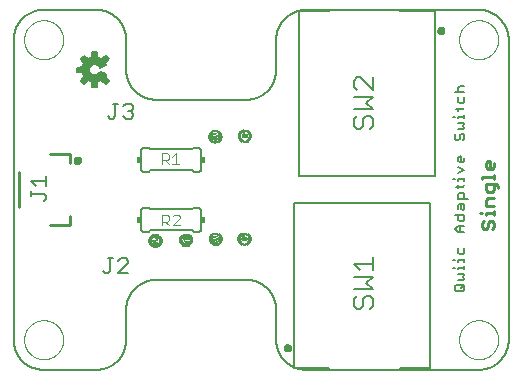
<source format=gto>
G75*
%MOIN*%
%OFA0B0*%
%FSLAX25Y25*%
%IPPOS*%
%LPD*%
%AMOC8*
5,1,8,0,0,1.08239X$1,22.5*
%
%ADD10C,0.00800*%
%ADD11R,0.00025X0.00600*%
%ADD12R,0.00025X0.00875*%
%ADD13R,0.00025X0.01100*%
%ADD14R,0.00025X0.01250*%
%ADD15R,0.00025X0.01400*%
%ADD16R,0.00025X0.01550*%
%ADD17R,0.00025X0.01700*%
%ADD18R,0.00025X0.01800*%
%ADD19R,0.00025X0.01900*%
%ADD20R,0.00025X0.02000*%
%ADD21R,0.00025X0.02100*%
%ADD22R,0.00025X0.02200*%
%ADD23R,0.00025X0.02250*%
%ADD24R,0.00025X0.02350*%
%ADD25R,0.00025X0.02450*%
%ADD26R,0.00025X0.02500*%
%ADD27R,0.00025X0.02550*%
%ADD28R,0.00025X0.02650*%
%ADD29R,0.00025X0.02700*%
%ADD30R,0.00025X0.02750*%
%ADD31R,0.00025X0.02800*%
%ADD32R,0.00025X0.02900*%
%ADD33R,0.00025X0.02950*%
%ADD34R,0.00025X0.03000*%
%ADD35R,0.00025X0.03050*%
%ADD36R,0.00025X0.03100*%
%ADD37R,0.00025X0.03150*%
%ADD38R,0.00025X0.03200*%
%ADD39R,0.00025X0.03250*%
%ADD40R,0.00025X0.03300*%
%ADD41R,0.00025X0.03350*%
%ADD42R,0.00025X0.03400*%
%ADD43R,0.00025X0.03450*%
%ADD44R,0.00025X0.03500*%
%ADD45R,0.00025X0.03550*%
%ADD46R,0.00025X0.01600*%
%ADD47R,0.00025X0.01475*%
%ADD48R,0.00025X0.01625*%
%ADD49R,0.00025X0.01500*%
%ADD50R,0.00025X0.01650*%
%ADD51R,0.00025X0.01525*%
%ADD52R,0.00025X0.01675*%
%ADD53R,0.00025X0.01575*%
%ADD54R,0.00025X0.01725*%
%ADD55R,0.00025X0.01750*%
%ADD56R,0.00025X0.01775*%
%ADD57R,0.00025X0.01825*%
%ADD58R,0.00025X0.01850*%
%ADD59R,0.00025X0.01875*%
%ADD60R,0.00025X0.01925*%
%ADD61R,0.00025X0.01950*%
%ADD62R,0.00025X0.01975*%
%ADD63R,0.00025X0.01350*%
%ADD64R,0.00025X0.00625*%
%ADD65R,0.00025X0.00550*%
%ADD66R,0.00025X0.00500*%
%ADD67R,0.00025X0.01325*%
%ADD68R,0.00025X0.00450*%
%ADD69R,0.00025X0.00400*%
%ADD70R,0.00025X0.00375*%
%ADD71R,0.00025X0.00325*%
%ADD72R,0.00025X0.00275*%
%ADD73R,0.00025X0.00250*%
%ADD74R,0.00025X0.01300*%
%ADD75R,0.00025X0.00225*%
%ADD76R,0.00025X0.00175*%
%ADD77R,0.00025X0.00150*%
%ADD78R,0.00025X0.00125*%
%ADD79R,0.00025X0.00100*%
%ADD80R,0.00025X0.01275*%
%ADD81R,0.00025X0.00075*%
%ADD82R,0.00025X0.00050*%
%ADD83R,0.00025X0.00025*%
%ADD84R,0.00025X0.01425*%
%ADD85R,0.00025X0.01450*%
%ADD86R,0.00025X0.00850*%
%ADD87R,0.00025X0.03600*%
%ADD88R,0.00025X0.01000*%
%ADD89R,0.00025X0.01025*%
%ADD90R,0.00025X0.01050*%
%ADD91R,0.00025X0.00900*%
%ADD92R,0.00025X0.00925*%
%ADD93R,0.00025X0.01125*%
%ADD94R,0.00025X0.00950*%
%ADD95R,0.00025X0.01150*%
%ADD96R,0.00025X0.00975*%
%ADD97R,0.00025X0.01175*%
%ADD98R,0.00025X0.01200*%
%ADD99R,0.00025X0.01075*%
%ADD100R,0.00025X0.01375*%
%ADD101R,0.00025X0.02125*%
%ADD102R,0.00025X0.02075*%
%ADD103R,0.00025X0.02050*%
%ADD104R,0.00025X0.02025*%
%ADD105R,0.00025X0.02150*%
%ADD106R,0.00025X0.02175*%
%ADD107R,0.00025X0.02225*%
%ADD108R,0.00025X0.02275*%
%ADD109R,0.00025X0.02300*%
%ADD110R,0.00025X0.02325*%
%ADD111R,0.00025X0.02375*%
%ADD112R,0.00025X0.02400*%
%ADD113R,0.00025X0.02425*%
%ADD114R,0.00025X0.02475*%
%ADD115R,0.00025X0.02525*%
%ADD116R,0.00025X0.02575*%
%ADD117R,0.00025X0.01225*%
%ADD118R,0.00025X0.00700*%
%ADD119R,0.00025X0.00650*%
%ADD120R,0.00025X0.00575*%
%ADD121R,0.00025X0.00350*%
%ADD122R,0.00025X0.00200*%
%ADD123R,0.00025X0.00825*%
%ADD124R,0.00025X0.00800*%
%ADD125R,0.00025X0.00775*%
%ADD126R,0.00025X0.00475*%
%ADD127R,0.00025X0.00750*%
%ADD128R,0.00025X0.02925*%
%ADD129R,0.00025X0.02875*%
%ADD130R,0.00025X0.02850*%
%ADD131R,0.00025X0.02825*%
%ADD132R,0.00025X0.00725*%
%ADD133R,0.00025X0.03650*%
%ADD134R,0.00025X0.03700*%
%ADD135R,0.00025X0.03750*%
%ADD136R,0.00025X0.03800*%
%ADD137R,0.00025X0.02675*%
%ADD138R,0.00025X0.00675*%
%ADD139R,0.00025X0.00525*%
%ADD140R,0.00025X0.00425*%
%ADD141R,0.00025X0.00300*%
%ADD142R,0.00025X0.03950*%
%ADD143R,0.00025X0.03925*%
%ADD144R,0.00025X0.03900*%
%ADD145R,0.00025X0.03875*%
%ADD146R,0.00025X0.03850*%
%ADD147R,0.00025X0.03525*%
%ADD148C,0.01000*%
%ADD149C,0.01575*%
%ADD150C,0.00600*%
%ADD151C,0.00000*%
%ADD152C,0.00500*%
%ADD153C,0.01339*%
%ADD154R,0.01500X0.02000*%
%ADD155C,0.00400*%
%ADD156C,0.00591*%
D10*
X0012250Y0015449D02*
X0029750Y0015449D01*
X0029992Y0015452D01*
X0030233Y0015461D01*
X0030474Y0015475D01*
X0030715Y0015496D01*
X0030955Y0015522D01*
X0031195Y0015554D01*
X0031434Y0015592D01*
X0031671Y0015635D01*
X0031908Y0015685D01*
X0032143Y0015740D01*
X0032377Y0015800D01*
X0032609Y0015867D01*
X0032840Y0015938D01*
X0033069Y0016016D01*
X0033296Y0016099D01*
X0033521Y0016187D01*
X0033744Y0016281D01*
X0033964Y0016380D01*
X0034182Y0016485D01*
X0034397Y0016594D01*
X0034610Y0016709D01*
X0034820Y0016829D01*
X0035026Y0016954D01*
X0035230Y0017084D01*
X0035431Y0017219D01*
X0035628Y0017359D01*
X0035822Y0017503D01*
X0036012Y0017652D01*
X0036198Y0017806D01*
X0036381Y0017964D01*
X0036560Y0018126D01*
X0036735Y0018293D01*
X0036906Y0018464D01*
X0037073Y0018639D01*
X0037235Y0018818D01*
X0037393Y0019001D01*
X0037547Y0019187D01*
X0037696Y0019377D01*
X0037840Y0019571D01*
X0037980Y0019768D01*
X0038115Y0019969D01*
X0038245Y0020173D01*
X0038370Y0020379D01*
X0038490Y0020589D01*
X0038605Y0020802D01*
X0038714Y0021017D01*
X0038819Y0021235D01*
X0038918Y0021455D01*
X0039012Y0021678D01*
X0039100Y0021903D01*
X0039183Y0022130D01*
X0039261Y0022359D01*
X0039332Y0022590D01*
X0039399Y0022822D01*
X0039459Y0023056D01*
X0039514Y0023291D01*
X0039564Y0023528D01*
X0039607Y0023765D01*
X0039645Y0024004D01*
X0039677Y0024244D01*
X0039703Y0024484D01*
X0039724Y0024725D01*
X0039738Y0024966D01*
X0039747Y0025207D01*
X0039750Y0025449D01*
X0039750Y0035449D01*
X0039753Y0035691D01*
X0039762Y0035932D01*
X0039776Y0036173D01*
X0039797Y0036414D01*
X0039823Y0036654D01*
X0039855Y0036894D01*
X0039893Y0037133D01*
X0039936Y0037370D01*
X0039986Y0037607D01*
X0040041Y0037842D01*
X0040101Y0038076D01*
X0040168Y0038308D01*
X0040239Y0038539D01*
X0040317Y0038768D01*
X0040400Y0038995D01*
X0040488Y0039220D01*
X0040582Y0039443D01*
X0040681Y0039663D01*
X0040786Y0039881D01*
X0040895Y0040096D01*
X0041010Y0040309D01*
X0041130Y0040519D01*
X0041255Y0040725D01*
X0041385Y0040929D01*
X0041520Y0041130D01*
X0041660Y0041327D01*
X0041804Y0041521D01*
X0041953Y0041711D01*
X0042107Y0041897D01*
X0042265Y0042080D01*
X0042427Y0042259D01*
X0042594Y0042434D01*
X0042765Y0042605D01*
X0042940Y0042772D01*
X0043119Y0042934D01*
X0043302Y0043092D01*
X0043488Y0043246D01*
X0043678Y0043395D01*
X0043872Y0043539D01*
X0044069Y0043679D01*
X0044270Y0043814D01*
X0044474Y0043944D01*
X0044680Y0044069D01*
X0044890Y0044189D01*
X0045103Y0044304D01*
X0045318Y0044413D01*
X0045536Y0044518D01*
X0045756Y0044617D01*
X0045979Y0044711D01*
X0046204Y0044799D01*
X0046431Y0044882D01*
X0046660Y0044960D01*
X0046891Y0045031D01*
X0047123Y0045098D01*
X0047357Y0045158D01*
X0047592Y0045213D01*
X0047829Y0045263D01*
X0048066Y0045306D01*
X0048305Y0045344D01*
X0048545Y0045376D01*
X0048785Y0045402D01*
X0049026Y0045423D01*
X0049267Y0045437D01*
X0049508Y0045446D01*
X0049750Y0045449D01*
X0079750Y0045449D01*
X0079992Y0045446D01*
X0080233Y0045437D01*
X0080474Y0045423D01*
X0080715Y0045402D01*
X0080955Y0045376D01*
X0081195Y0045344D01*
X0081434Y0045306D01*
X0081671Y0045263D01*
X0081908Y0045213D01*
X0082143Y0045158D01*
X0082377Y0045098D01*
X0082609Y0045031D01*
X0082840Y0044960D01*
X0083069Y0044882D01*
X0083296Y0044799D01*
X0083521Y0044711D01*
X0083744Y0044617D01*
X0083964Y0044518D01*
X0084182Y0044413D01*
X0084397Y0044304D01*
X0084610Y0044189D01*
X0084820Y0044069D01*
X0085026Y0043944D01*
X0085230Y0043814D01*
X0085431Y0043679D01*
X0085628Y0043539D01*
X0085822Y0043395D01*
X0086012Y0043246D01*
X0086198Y0043092D01*
X0086381Y0042934D01*
X0086560Y0042772D01*
X0086735Y0042605D01*
X0086906Y0042434D01*
X0087073Y0042259D01*
X0087235Y0042080D01*
X0087393Y0041897D01*
X0087547Y0041711D01*
X0087696Y0041521D01*
X0087840Y0041327D01*
X0087980Y0041130D01*
X0088115Y0040929D01*
X0088245Y0040725D01*
X0088370Y0040519D01*
X0088490Y0040309D01*
X0088605Y0040096D01*
X0088714Y0039881D01*
X0088819Y0039663D01*
X0088918Y0039443D01*
X0089012Y0039220D01*
X0089100Y0038995D01*
X0089183Y0038768D01*
X0089261Y0038539D01*
X0089332Y0038308D01*
X0089399Y0038076D01*
X0089459Y0037842D01*
X0089514Y0037607D01*
X0089564Y0037370D01*
X0089607Y0037133D01*
X0089645Y0036894D01*
X0089677Y0036654D01*
X0089703Y0036414D01*
X0089724Y0036173D01*
X0089738Y0035932D01*
X0089747Y0035691D01*
X0089750Y0035449D01*
X0089750Y0025449D01*
X0089753Y0025207D01*
X0089762Y0024966D01*
X0089776Y0024725D01*
X0089797Y0024484D01*
X0089823Y0024244D01*
X0089855Y0024004D01*
X0089893Y0023765D01*
X0089936Y0023528D01*
X0089986Y0023291D01*
X0090041Y0023056D01*
X0090101Y0022822D01*
X0090168Y0022590D01*
X0090239Y0022359D01*
X0090317Y0022130D01*
X0090400Y0021903D01*
X0090488Y0021678D01*
X0090582Y0021455D01*
X0090681Y0021235D01*
X0090786Y0021017D01*
X0090895Y0020802D01*
X0091010Y0020589D01*
X0091130Y0020379D01*
X0091255Y0020173D01*
X0091385Y0019969D01*
X0091520Y0019768D01*
X0091660Y0019571D01*
X0091804Y0019377D01*
X0091953Y0019187D01*
X0092107Y0019001D01*
X0092265Y0018818D01*
X0092427Y0018639D01*
X0092594Y0018464D01*
X0092765Y0018293D01*
X0092940Y0018126D01*
X0093119Y0017964D01*
X0093302Y0017806D01*
X0093488Y0017652D01*
X0093678Y0017503D01*
X0093872Y0017359D01*
X0094069Y0017219D01*
X0094270Y0017084D01*
X0094474Y0016954D01*
X0094680Y0016829D01*
X0094890Y0016709D01*
X0095103Y0016594D01*
X0095318Y0016485D01*
X0095536Y0016380D01*
X0095756Y0016281D01*
X0095979Y0016187D01*
X0096204Y0016099D01*
X0096431Y0016016D01*
X0096660Y0015938D01*
X0096891Y0015867D01*
X0097123Y0015800D01*
X0097357Y0015740D01*
X0097592Y0015685D01*
X0097829Y0015635D01*
X0098066Y0015592D01*
X0098305Y0015554D01*
X0098545Y0015522D01*
X0098785Y0015496D01*
X0099026Y0015475D01*
X0099267Y0015461D01*
X0099508Y0015452D01*
X0099750Y0015449D01*
X0157250Y0015449D01*
X0157492Y0015452D01*
X0157733Y0015461D01*
X0157974Y0015475D01*
X0158215Y0015496D01*
X0158455Y0015522D01*
X0158695Y0015554D01*
X0158934Y0015592D01*
X0159171Y0015635D01*
X0159408Y0015685D01*
X0159643Y0015740D01*
X0159877Y0015800D01*
X0160109Y0015867D01*
X0160340Y0015938D01*
X0160569Y0016016D01*
X0160796Y0016099D01*
X0161021Y0016187D01*
X0161244Y0016281D01*
X0161464Y0016380D01*
X0161682Y0016485D01*
X0161897Y0016594D01*
X0162110Y0016709D01*
X0162320Y0016829D01*
X0162526Y0016954D01*
X0162730Y0017084D01*
X0162931Y0017219D01*
X0163128Y0017359D01*
X0163322Y0017503D01*
X0163512Y0017652D01*
X0163698Y0017806D01*
X0163881Y0017964D01*
X0164060Y0018126D01*
X0164235Y0018293D01*
X0164406Y0018464D01*
X0164573Y0018639D01*
X0164735Y0018818D01*
X0164893Y0019001D01*
X0165047Y0019187D01*
X0165196Y0019377D01*
X0165340Y0019571D01*
X0165480Y0019768D01*
X0165615Y0019969D01*
X0165745Y0020173D01*
X0165870Y0020379D01*
X0165990Y0020589D01*
X0166105Y0020802D01*
X0166214Y0021017D01*
X0166319Y0021235D01*
X0166418Y0021455D01*
X0166512Y0021678D01*
X0166600Y0021903D01*
X0166683Y0022130D01*
X0166761Y0022359D01*
X0166832Y0022590D01*
X0166899Y0022822D01*
X0166959Y0023056D01*
X0167014Y0023291D01*
X0167064Y0023528D01*
X0167107Y0023765D01*
X0167145Y0024004D01*
X0167177Y0024244D01*
X0167203Y0024484D01*
X0167224Y0024725D01*
X0167238Y0024966D01*
X0167247Y0025207D01*
X0167250Y0025449D01*
X0167250Y0125449D01*
X0167247Y0125691D01*
X0167238Y0125932D01*
X0167224Y0126173D01*
X0167203Y0126414D01*
X0167177Y0126654D01*
X0167145Y0126894D01*
X0167107Y0127133D01*
X0167064Y0127370D01*
X0167014Y0127607D01*
X0166959Y0127842D01*
X0166899Y0128076D01*
X0166832Y0128308D01*
X0166761Y0128539D01*
X0166683Y0128768D01*
X0166600Y0128995D01*
X0166512Y0129220D01*
X0166418Y0129443D01*
X0166319Y0129663D01*
X0166214Y0129881D01*
X0166105Y0130096D01*
X0165990Y0130309D01*
X0165870Y0130519D01*
X0165745Y0130725D01*
X0165615Y0130929D01*
X0165480Y0131130D01*
X0165340Y0131327D01*
X0165196Y0131521D01*
X0165047Y0131711D01*
X0164893Y0131897D01*
X0164735Y0132080D01*
X0164573Y0132259D01*
X0164406Y0132434D01*
X0164235Y0132605D01*
X0164060Y0132772D01*
X0163881Y0132934D01*
X0163698Y0133092D01*
X0163512Y0133246D01*
X0163322Y0133395D01*
X0163128Y0133539D01*
X0162931Y0133679D01*
X0162730Y0133814D01*
X0162526Y0133944D01*
X0162320Y0134069D01*
X0162110Y0134189D01*
X0161897Y0134304D01*
X0161682Y0134413D01*
X0161464Y0134518D01*
X0161244Y0134617D01*
X0161021Y0134711D01*
X0160796Y0134799D01*
X0160569Y0134882D01*
X0160340Y0134960D01*
X0160109Y0135031D01*
X0159877Y0135098D01*
X0159643Y0135158D01*
X0159408Y0135213D01*
X0159171Y0135263D01*
X0158934Y0135306D01*
X0158695Y0135344D01*
X0158455Y0135376D01*
X0158215Y0135402D01*
X0157974Y0135423D01*
X0157733Y0135437D01*
X0157492Y0135446D01*
X0157250Y0135449D01*
X0099750Y0135449D01*
X0099508Y0135446D01*
X0099267Y0135437D01*
X0099026Y0135423D01*
X0098785Y0135402D01*
X0098545Y0135376D01*
X0098305Y0135344D01*
X0098066Y0135306D01*
X0097829Y0135263D01*
X0097592Y0135213D01*
X0097357Y0135158D01*
X0097123Y0135098D01*
X0096891Y0135031D01*
X0096660Y0134960D01*
X0096431Y0134882D01*
X0096204Y0134799D01*
X0095979Y0134711D01*
X0095756Y0134617D01*
X0095536Y0134518D01*
X0095318Y0134413D01*
X0095103Y0134304D01*
X0094890Y0134189D01*
X0094680Y0134069D01*
X0094474Y0133944D01*
X0094270Y0133814D01*
X0094069Y0133679D01*
X0093872Y0133539D01*
X0093678Y0133395D01*
X0093488Y0133246D01*
X0093302Y0133092D01*
X0093119Y0132934D01*
X0092940Y0132772D01*
X0092765Y0132605D01*
X0092594Y0132434D01*
X0092427Y0132259D01*
X0092265Y0132080D01*
X0092107Y0131897D01*
X0091953Y0131711D01*
X0091804Y0131521D01*
X0091660Y0131327D01*
X0091520Y0131130D01*
X0091385Y0130929D01*
X0091255Y0130725D01*
X0091130Y0130519D01*
X0091010Y0130309D01*
X0090895Y0130096D01*
X0090786Y0129881D01*
X0090681Y0129663D01*
X0090582Y0129443D01*
X0090488Y0129220D01*
X0090400Y0128995D01*
X0090317Y0128768D01*
X0090239Y0128539D01*
X0090168Y0128308D01*
X0090101Y0128076D01*
X0090041Y0127842D01*
X0089986Y0127607D01*
X0089936Y0127370D01*
X0089893Y0127133D01*
X0089855Y0126894D01*
X0089823Y0126654D01*
X0089797Y0126414D01*
X0089776Y0126173D01*
X0089762Y0125932D01*
X0089753Y0125691D01*
X0089750Y0125449D01*
X0089750Y0115449D01*
X0089747Y0115207D01*
X0089738Y0114966D01*
X0089724Y0114725D01*
X0089703Y0114484D01*
X0089677Y0114244D01*
X0089645Y0114004D01*
X0089607Y0113765D01*
X0089564Y0113528D01*
X0089514Y0113291D01*
X0089459Y0113056D01*
X0089399Y0112822D01*
X0089332Y0112590D01*
X0089261Y0112359D01*
X0089183Y0112130D01*
X0089100Y0111903D01*
X0089012Y0111678D01*
X0088918Y0111455D01*
X0088819Y0111235D01*
X0088714Y0111017D01*
X0088605Y0110802D01*
X0088490Y0110589D01*
X0088370Y0110379D01*
X0088245Y0110173D01*
X0088115Y0109969D01*
X0087980Y0109768D01*
X0087840Y0109571D01*
X0087696Y0109377D01*
X0087547Y0109187D01*
X0087393Y0109001D01*
X0087235Y0108818D01*
X0087073Y0108639D01*
X0086906Y0108464D01*
X0086735Y0108293D01*
X0086560Y0108126D01*
X0086381Y0107964D01*
X0086198Y0107806D01*
X0086012Y0107652D01*
X0085822Y0107503D01*
X0085628Y0107359D01*
X0085431Y0107219D01*
X0085230Y0107084D01*
X0085026Y0106954D01*
X0084820Y0106829D01*
X0084610Y0106709D01*
X0084397Y0106594D01*
X0084182Y0106485D01*
X0083964Y0106380D01*
X0083744Y0106281D01*
X0083521Y0106187D01*
X0083296Y0106099D01*
X0083069Y0106016D01*
X0082840Y0105938D01*
X0082609Y0105867D01*
X0082377Y0105800D01*
X0082143Y0105740D01*
X0081908Y0105685D01*
X0081671Y0105635D01*
X0081434Y0105592D01*
X0081195Y0105554D01*
X0080955Y0105522D01*
X0080715Y0105496D01*
X0080474Y0105475D01*
X0080233Y0105461D01*
X0079992Y0105452D01*
X0079750Y0105449D01*
X0049750Y0105449D01*
X0049508Y0105452D01*
X0049267Y0105461D01*
X0049026Y0105475D01*
X0048785Y0105496D01*
X0048545Y0105522D01*
X0048305Y0105554D01*
X0048066Y0105592D01*
X0047829Y0105635D01*
X0047592Y0105685D01*
X0047357Y0105740D01*
X0047123Y0105800D01*
X0046891Y0105867D01*
X0046660Y0105938D01*
X0046431Y0106016D01*
X0046204Y0106099D01*
X0045979Y0106187D01*
X0045756Y0106281D01*
X0045536Y0106380D01*
X0045318Y0106485D01*
X0045103Y0106594D01*
X0044890Y0106709D01*
X0044680Y0106829D01*
X0044474Y0106954D01*
X0044270Y0107084D01*
X0044069Y0107219D01*
X0043872Y0107359D01*
X0043678Y0107503D01*
X0043488Y0107652D01*
X0043302Y0107806D01*
X0043119Y0107964D01*
X0042940Y0108126D01*
X0042765Y0108293D01*
X0042594Y0108464D01*
X0042427Y0108639D01*
X0042265Y0108818D01*
X0042107Y0109001D01*
X0041953Y0109187D01*
X0041804Y0109377D01*
X0041660Y0109571D01*
X0041520Y0109768D01*
X0041385Y0109969D01*
X0041255Y0110173D01*
X0041130Y0110379D01*
X0041010Y0110589D01*
X0040895Y0110802D01*
X0040786Y0111017D01*
X0040681Y0111235D01*
X0040582Y0111455D01*
X0040488Y0111678D01*
X0040400Y0111903D01*
X0040317Y0112130D01*
X0040239Y0112359D01*
X0040168Y0112590D01*
X0040101Y0112822D01*
X0040041Y0113056D01*
X0039986Y0113291D01*
X0039936Y0113528D01*
X0039893Y0113765D01*
X0039855Y0114004D01*
X0039823Y0114244D01*
X0039797Y0114484D01*
X0039776Y0114725D01*
X0039762Y0114966D01*
X0039753Y0115207D01*
X0039750Y0115449D01*
X0039750Y0125449D01*
X0039747Y0125691D01*
X0039738Y0125932D01*
X0039724Y0126173D01*
X0039703Y0126414D01*
X0039677Y0126654D01*
X0039645Y0126894D01*
X0039607Y0127133D01*
X0039564Y0127370D01*
X0039514Y0127607D01*
X0039459Y0127842D01*
X0039399Y0128076D01*
X0039332Y0128308D01*
X0039261Y0128539D01*
X0039183Y0128768D01*
X0039100Y0128995D01*
X0039012Y0129220D01*
X0038918Y0129443D01*
X0038819Y0129663D01*
X0038714Y0129881D01*
X0038605Y0130096D01*
X0038490Y0130309D01*
X0038370Y0130519D01*
X0038245Y0130725D01*
X0038115Y0130929D01*
X0037980Y0131130D01*
X0037840Y0131327D01*
X0037696Y0131521D01*
X0037547Y0131711D01*
X0037393Y0131897D01*
X0037235Y0132080D01*
X0037073Y0132259D01*
X0036906Y0132434D01*
X0036735Y0132605D01*
X0036560Y0132772D01*
X0036381Y0132934D01*
X0036198Y0133092D01*
X0036012Y0133246D01*
X0035822Y0133395D01*
X0035628Y0133539D01*
X0035431Y0133679D01*
X0035230Y0133814D01*
X0035026Y0133944D01*
X0034820Y0134069D01*
X0034610Y0134189D01*
X0034397Y0134304D01*
X0034182Y0134413D01*
X0033964Y0134518D01*
X0033744Y0134617D01*
X0033521Y0134711D01*
X0033296Y0134799D01*
X0033069Y0134882D01*
X0032840Y0134960D01*
X0032609Y0135031D01*
X0032377Y0135098D01*
X0032143Y0135158D01*
X0031908Y0135213D01*
X0031671Y0135263D01*
X0031434Y0135306D01*
X0031195Y0135344D01*
X0030955Y0135376D01*
X0030715Y0135402D01*
X0030474Y0135423D01*
X0030233Y0135437D01*
X0029992Y0135446D01*
X0029750Y0135449D01*
X0012250Y0135449D01*
X0012008Y0135446D01*
X0011767Y0135437D01*
X0011526Y0135423D01*
X0011285Y0135402D01*
X0011045Y0135376D01*
X0010805Y0135344D01*
X0010566Y0135306D01*
X0010329Y0135263D01*
X0010092Y0135213D01*
X0009857Y0135158D01*
X0009623Y0135098D01*
X0009391Y0135031D01*
X0009160Y0134960D01*
X0008931Y0134882D01*
X0008704Y0134799D01*
X0008479Y0134711D01*
X0008256Y0134617D01*
X0008036Y0134518D01*
X0007818Y0134413D01*
X0007603Y0134304D01*
X0007390Y0134189D01*
X0007180Y0134069D01*
X0006974Y0133944D01*
X0006770Y0133814D01*
X0006569Y0133679D01*
X0006372Y0133539D01*
X0006178Y0133395D01*
X0005988Y0133246D01*
X0005802Y0133092D01*
X0005619Y0132934D01*
X0005440Y0132772D01*
X0005265Y0132605D01*
X0005094Y0132434D01*
X0004927Y0132259D01*
X0004765Y0132080D01*
X0004607Y0131897D01*
X0004453Y0131711D01*
X0004304Y0131521D01*
X0004160Y0131327D01*
X0004020Y0131130D01*
X0003885Y0130929D01*
X0003755Y0130725D01*
X0003630Y0130519D01*
X0003510Y0130309D01*
X0003395Y0130096D01*
X0003286Y0129881D01*
X0003181Y0129663D01*
X0003082Y0129443D01*
X0002988Y0129220D01*
X0002900Y0128995D01*
X0002817Y0128768D01*
X0002739Y0128539D01*
X0002668Y0128308D01*
X0002601Y0128076D01*
X0002541Y0127842D01*
X0002486Y0127607D01*
X0002436Y0127370D01*
X0002393Y0127133D01*
X0002355Y0126894D01*
X0002323Y0126654D01*
X0002297Y0126414D01*
X0002276Y0126173D01*
X0002262Y0125932D01*
X0002253Y0125691D01*
X0002250Y0125449D01*
X0002250Y0025449D01*
X0002253Y0025207D01*
X0002262Y0024966D01*
X0002276Y0024725D01*
X0002297Y0024484D01*
X0002323Y0024244D01*
X0002355Y0024004D01*
X0002393Y0023765D01*
X0002436Y0023528D01*
X0002486Y0023291D01*
X0002541Y0023056D01*
X0002601Y0022822D01*
X0002668Y0022590D01*
X0002739Y0022359D01*
X0002817Y0022130D01*
X0002900Y0021903D01*
X0002988Y0021678D01*
X0003082Y0021455D01*
X0003181Y0021235D01*
X0003286Y0021017D01*
X0003395Y0020802D01*
X0003510Y0020589D01*
X0003630Y0020379D01*
X0003755Y0020173D01*
X0003885Y0019969D01*
X0004020Y0019768D01*
X0004160Y0019571D01*
X0004304Y0019377D01*
X0004453Y0019187D01*
X0004607Y0019001D01*
X0004765Y0018818D01*
X0004927Y0018639D01*
X0005094Y0018464D01*
X0005265Y0018293D01*
X0005440Y0018126D01*
X0005619Y0017964D01*
X0005802Y0017806D01*
X0005988Y0017652D01*
X0006178Y0017503D01*
X0006372Y0017359D01*
X0006569Y0017219D01*
X0006770Y0017084D01*
X0006974Y0016954D01*
X0007180Y0016829D01*
X0007390Y0016709D01*
X0007603Y0016594D01*
X0007818Y0016485D01*
X0008036Y0016380D01*
X0008256Y0016281D01*
X0008479Y0016187D01*
X0008704Y0016099D01*
X0008931Y0016016D01*
X0009160Y0015938D01*
X0009391Y0015867D01*
X0009623Y0015800D01*
X0009857Y0015740D01*
X0010092Y0015685D01*
X0010329Y0015635D01*
X0010566Y0015592D01*
X0010805Y0015554D01*
X0011045Y0015522D01*
X0011285Y0015496D01*
X0011526Y0015475D01*
X0011767Y0015461D01*
X0012008Y0015452D01*
X0012250Y0015449D01*
X0148738Y0049499D02*
X0149272Y0049499D01*
X0150340Y0049499D02*
X0152475Y0049499D01*
X0152475Y0048965D02*
X0152475Y0050033D01*
X0152475Y0051421D02*
X0152475Y0052488D01*
X0152475Y0051954D02*
X0150340Y0051954D01*
X0150340Y0051421D01*
X0149272Y0051954D02*
X0148738Y0051954D01*
X0150874Y0053876D02*
X0150340Y0054410D01*
X0150340Y0056011D01*
X0152475Y0056011D02*
X0152475Y0054410D01*
X0151941Y0053876D01*
X0150874Y0053876D01*
X0150340Y0049499D02*
X0150340Y0048965D01*
X0150340Y0047417D02*
X0151941Y0047417D01*
X0152475Y0046883D01*
X0151941Y0046350D01*
X0152475Y0045816D01*
X0151941Y0045282D01*
X0150340Y0045282D01*
X0149806Y0043734D02*
X0151941Y0043734D01*
X0152475Y0043200D01*
X0152475Y0042133D01*
X0151941Y0041599D01*
X0149806Y0041599D01*
X0149272Y0042133D01*
X0149272Y0043200D01*
X0149806Y0043734D01*
X0151407Y0042666D02*
X0152475Y0043734D01*
X0152475Y0061242D02*
X0150340Y0061242D01*
X0149272Y0062310D01*
X0150340Y0063377D01*
X0152475Y0063377D01*
X0150874Y0063377D02*
X0150874Y0061242D01*
X0150874Y0064925D02*
X0150340Y0065459D01*
X0150340Y0067061D01*
X0149272Y0067061D02*
X0152475Y0067061D01*
X0152475Y0065459D01*
X0151941Y0064925D01*
X0150874Y0064925D01*
X0151941Y0068609D02*
X0151407Y0069142D01*
X0151407Y0070744D01*
X0150874Y0070744D02*
X0152475Y0070744D01*
X0152475Y0069142D01*
X0151941Y0068609D01*
X0150340Y0069142D02*
X0150340Y0070210D01*
X0150874Y0070744D01*
X0150340Y0072292D02*
X0150340Y0073893D01*
X0150874Y0074427D01*
X0151941Y0074427D01*
X0152475Y0073893D01*
X0152475Y0072292D01*
X0153543Y0072292D02*
X0150340Y0072292D01*
X0150340Y0075975D02*
X0150340Y0077042D01*
X0149806Y0076509D02*
X0151941Y0076509D01*
X0152475Y0077042D01*
X0152475Y0078430D02*
X0152475Y0079498D01*
X0152475Y0078964D02*
X0150340Y0078964D01*
X0150340Y0078430D01*
X0149272Y0078964D02*
X0148738Y0078964D01*
X0150340Y0080886D02*
X0152475Y0081953D01*
X0150340Y0083021D01*
X0150874Y0084569D02*
X0150340Y0085103D01*
X0150340Y0086170D01*
X0150874Y0086704D01*
X0151407Y0086704D01*
X0151407Y0084569D01*
X0150874Y0084569D02*
X0151941Y0084569D01*
X0152475Y0085103D01*
X0152475Y0086170D01*
X0151941Y0091935D02*
X0152475Y0092469D01*
X0152475Y0093536D01*
X0151941Y0094070D01*
X0151407Y0094070D01*
X0150874Y0093536D01*
X0150874Y0092469D01*
X0150340Y0091935D01*
X0149806Y0091935D01*
X0149272Y0092469D01*
X0149272Y0093536D01*
X0149806Y0094070D01*
X0150340Y0095618D02*
X0151941Y0095618D01*
X0152475Y0096152D01*
X0151941Y0096686D01*
X0152475Y0097220D01*
X0151941Y0097753D01*
X0150340Y0097753D01*
X0150340Y0099301D02*
X0150340Y0099835D01*
X0152475Y0099835D01*
X0152475Y0099301D02*
X0152475Y0100369D01*
X0151941Y0102291D02*
X0149806Y0102291D01*
X0150340Y0102824D02*
X0150340Y0101757D01*
X0151941Y0102291D02*
X0152475Y0102824D01*
X0151941Y0104212D02*
X0152475Y0104746D01*
X0152475Y0106347D01*
X0152475Y0107895D02*
X0149272Y0107895D01*
X0150340Y0108429D02*
X0150340Y0109497D01*
X0150874Y0110031D01*
X0152475Y0110031D01*
X0150874Y0107895D02*
X0150340Y0108429D01*
X0150340Y0106347D02*
X0150340Y0104746D01*
X0150874Y0104212D01*
X0151941Y0104212D01*
X0149272Y0099835D02*
X0148738Y0099835D01*
D11*
X0081675Y0093236D03*
X0071875Y0093161D03*
X0070025Y0093236D03*
X0070000Y0093236D03*
X0069950Y0093211D03*
X0069925Y0093211D03*
X0069875Y0093186D03*
X0069850Y0093186D03*
X0069450Y0093036D03*
X0068700Y0092761D03*
X0068900Y0091386D03*
X0068950Y0091361D03*
X0068975Y0091361D03*
X0069025Y0091336D03*
X0069100Y0091311D03*
X0070625Y0091461D03*
X0069325Y0094036D03*
X0069375Y0095061D03*
X0069400Y0095061D03*
X0069500Y0060761D03*
X0069525Y0060761D03*
X0069450Y0059736D03*
X0069975Y0058886D03*
X0070000Y0058886D03*
X0070050Y0058911D03*
X0070075Y0058911D03*
X0070125Y0058936D03*
X0070150Y0058936D03*
X0069575Y0058736D03*
X0068825Y0058461D03*
X0069025Y0057086D03*
X0069075Y0057061D03*
X0069100Y0057061D03*
X0069150Y0057036D03*
X0069225Y0057011D03*
X0070750Y0057161D03*
X0072000Y0058861D03*
X0081600Y0058886D03*
X0062125Y0058536D03*
X0051925Y0058361D03*
X0048850Y0058461D03*
D12*
X0050925Y0059774D03*
X0051900Y0058374D03*
X0062100Y0058549D03*
X0068800Y0057324D03*
X0069375Y0057124D03*
X0070600Y0058974D03*
X0071975Y0058874D03*
X0069050Y0059749D03*
X0069025Y0059749D03*
X0078600Y0058899D03*
X0080050Y0060549D03*
X0080075Y0060549D03*
X0080100Y0060549D03*
X0081575Y0058899D03*
X0069250Y0091424D03*
X0068675Y0091624D03*
X0070475Y0093274D03*
X0071850Y0093174D03*
X0068925Y0094049D03*
X0068900Y0094049D03*
X0078675Y0093249D03*
X0080125Y0094899D03*
X0080150Y0094899D03*
X0080175Y0094899D03*
X0081650Y0093249D03*
D13*
X0081625Y0093236D03*
X0080200Y0093311D03*
X0080750Y0094486D03*
X0078250Y0094561D03*
X0078225Y0094536D03*
X0077275Y0093236D03*
X0078325Y0091886D03*
X0078350Y0091861D03*
X0080600Y0091886D03*
X0071825Y0093161D03*
X0070650Y0093211D03*
X0069775Y0091511D03*
X0069750Y0091511D03*
X0069725Y0091511D03*
X0069700Y0091511D03*
X0067475Y0093161D03*
X0067600Y0058861D03*
X0069825Y0057211D03*
X0069850Y0057211D03*
X0069875Y0057211D03*
X0069900Y0057211D03*
X0070775Y0058911D03*
X0071950Y0058861D03*
X0077200Y0058886D03*
X0078150Y0060186D03*
X0078175Y0060211D03*
X0080125Y0058961D03*
X0080675Y0060136D03*
X0081550Y0058886D03*
X0080525Y0057536D03*
X0078275Y0057511D03*
X0078250Y0057536D03*
X0062075Y0058536D03*
X0057725Y0058536D03*
X0051875Y0058361D03*
X0050850Y0057011D03*
X0050825Y0057011D03*
X0047525Y0058361D03*
X0048475Y0059661D03*
X0048500Y0059686D03*
X0048550Y0059711D03*
X0048850Y0059861D03*
X0048875Y0059861D03*
X0048900Y0059861D03*
X0048950Y0059886D03*
X0050475Y0059886D03*
D14*
X0049300Y0059911D03*
X0049275Y0059911D03*
X0048325Y0059486D03*
X0047550Y0058361D03*
X0050625Y0056986D03*
X0050650Y0056986D03*
X0050675Y0056986D03*
X0051850Y0058361D03*
X0057750Y0058536D03*
X0059150Y0057086D03*
X0059175Y0057061D03*
X0059200Y0057061D03*
X0059225Y0057061D03*
X0059250Y0057061D03*
X0062050Y0058536D03*
X0067625Y0058861D03*
X0071925Y0058861D03*
X0077225Y0058886D03*
X0078050Y0060036D03*
X0078825Y0058886D03*
X0078850Y0058886D03*
X0080000Y0058936D03*
X0080725Y0060036D03*
X0081525Y0058886D03*
X0081600Y0093236D03*
X0080800Y0094386D03*
X0080075Y0093286D03*
X0078925Y0093236D03*
X0078900Y0093236D03*
X0078125Y0094386D03*
X0077300Y0093236D03*
X0071800Y0093161D03*
X0067500Y0093161D03*
D15*
X0067525Y0093161D03*
X0069350Y0091686D03*
X0069400Y0091661D03*
X0071775Y0093161D03*
X0077325Y0093236D03*
X0081575Y0093236D03*
X0081500Y0058886D03*
X0077250Y0058886D03*
X0071900Y0058861D03*
X0069525Y0057361D03*
X0069475Y0057386D03*
X0067650Y0058861D03*
X0062025Y0058536D03*
X0059075Y0057186D03*
X0057775Y0058536D03*
X0058500Y0059561D03*
X0051825Y0058361D03*
X0050475Y0056986D03*
X0048375Y0057286D03*
X0047575Y0058361D03*
X0048275Y0059361D03*
X0049525Y0059861D03*
X0049550Y0059861D03*
D16*
X0049750Y0059786D03*
X0051800Y0058361D03*
X0047600Y0058361D03*
X0057800Y0058536D03*
X0058700Y0059636D03*
X0058725Y0059636D03*
X0058925Y0057336D03*
X0061075Y0059636D03*
X0061100Y0059636D03*
X0062000Y0058536D03*
X0067675Y0058861D03*
X0071875Y0058861D03*
X0077275Y0058886D03*
X0081475Y0058886D03*
X0081550Y0093236D03*
X0077350Y0093236D03*
X0071750Y0093161D03*
X0067550Y0093161D03*
D17*
X0067575Y0093161D03*
X0071725Y0093161D03*
X0077375Y0093236D03*
X0081525Y0093236D03*
X0081450Y0058886D03*
X0077300Y0058886D03*
X0071850Y0058861D03*
X0067700Y0058861D03*
X0061975Y0058536D03*
X0061050Y0057486D03*
X0061025Y0057486D03*
X0060800Y0059711D03*
X0060775Y0059711D03*
X0059025Y0059711D03*
X0059000Y0059711D03*
X0057825Y0058536D03*
X0051775Y0058361D03*
X0050200Y0057061D03*
X0047625Y0058361D03*
X0049900Y0059711D03*
D18*
X0050000Y0059636D03*
X0051750Y0058361D03*
X0050100Y0057086D03*
X0047650Y0058361D03*
X0057850Y0058536D03*
X0059275Y0059761D03*
X0059300Y0059761D03*
X0059325Y0059761D03*
X0060475Y0059761D03*
X0060500Y0059761D03*
X0060525Y0059761D03*
X0060550Y0059761D03*
X0061950Y0058536D03*
X0060875Y0057436D03*
X0060850Y0057436D03*
X0060825Y0057436D03*
X0067725Y0058861D03*
X0071825Y0058861D03*
X0077325Y0058886D03*
X0081425Y0058886D03*
X0081500Y0093236D03*
X0077400Y0093236D03*
X0071700Y0093161D03*
X0067600Y0093161D03*
D19*
X0067625Y0093161D03*
X0071675Y0093161D03*
X0077425Y0093236D03*
X0081475Y0093236D03*
X0081400Y0058886D03*
X0077350Y0058886D03*
X0071800Y0058861D03*
X0067750Y0058861D03*
X0061925Y0058536D03*
X0060625Y0057386D03*
X0060600Y0057386D03*
X0060575Y0057386D03*
X0060550Y0057386D03*
X0057875Y0058536D03*
X0051725Y0058361D03*
X0050100Y0059586D03*
X0047675Y0058361D03*
X0050000Y0057136D03*
D20*
X0049925Y0057161D03*
X0051700Y0058361D03*
X0050225Y0059511D03*
X0047700Y0058361D03*
X0057900Y0058536D03*
X0059700Y0057336D03*
X0059725Y0057336D03*
X0059750Y0057336D03*
X0059775Y0057336D03*
X0059800Y0057336D03*
X0059825Y0057336D03*
X0059850Y0057336D03*
X0059875Y0057336D03*
X0059900Y0057336D03*
X0059925Y0057336D03*
X0059950Y0057336D03*
X0059975Y0057336D03*
X0060000Y0057336D03*
X0060025Y0057336D03*
X0060050Y0057336D03*
X0060075Y0057336D03*
X0060100Y0057336D03*
X0060125Y0057336D03*
X0060150Y0057336D03*
X0060175Y0057336D03*
X0061900Y0058536D03*
X0067775Y0058861D03*
X0071775Y0058861D03*
X0077375Y0058886D03*
X0081375Y0058886D03*
X0081450Y0093236D03*
X0077450Y0093236D03*
X0071650Y0093161D03*
X0067650Y0093161D03*
D21*
X0067675Y0093161D03*
X0071625Y0093161D03*
X0077475Y0093236D03*
X0081425Y0093236D03*
X0081350Y0058886D03*
X0077400Y0058886D03*
X0071750Y0058861D03*
X0067800Y0058861D03*
X0061875Y0058536D03*
X0057925Y0058536D03*
X0051675Y0058361D03*
X0050375Y0059411D03*
X0050350Y0059436D03*
X0047725Y0058361D03*
X0049825Y0057211D03*
D22*
X0049725Y0057261D03*
X0051650Y0058361D03*
X0047750Y0058361D03*
X0057950Y0058536D03*
X0061850Y0058536D03*
X0067825Y0058861D03*
X0071725Y0058861D03*
X0077425Y0058886D03*
X0081325Y0058886D03*
X0081400Y0093236D03*
X0077500Y0093236D03*
X0071600Y0093161D03*
X0067700Y0093161D03*
D23*
X0067725Y0093161D03*
X0071575Y0093161D03*
X0077525Y0093236D03*
X0081375Y0093236D03*
X0081300Y0058886D03*
X0077450Y0058886D03*
X0071700Y0058861D03*
X0067850Y0058861D03*
X0061825Y0058536D03*
X0057975Y0058536D03*
X0051625Y0058361D03*
X0049675Y0057286D03*
X0047775Y0058361D03*
D24*
X0047800Y0058361D03*
X0049575Y0057336D03*
X0051600Y0058361D03*
X0058000Y0058536D03*
X0061800Y0058536D03*
X0067875Y0058861D03*
X0071675Y0058861D03*
X0077475Y0058886D03*
X0081275Y0058886D03*
X0081350Y0093236D03*
X0077550Y0093236D03*
X0071550Y0093161D03*
X0067750Y0093161D03*
D25*
X0067775Y0093161D03*
X0071525Y0093161D03*
X0077575Y0093236D03*
X0081325Y0093236D03*
X0081250Y0058886D03*
X0077500Y0058886D03*
X0071650Y0058861D03*
X0067900Y0058861D03*
X0061775Y0058536D03*
X0058025Y0058536D03*
X0051575Y0058361D03*
X0049475Y0057386D03*
X0047825Y0058361D03*
D26*
X0047850Y0058361D03*
X0049375Y0057436D03*
X0049400Y0057436D03*
X0049425Y0057411D03*
X0051550Y0058361D03*
X0058050Y0058536D03*
X0061750Y0058536D03*
X0067925Y0058861D03*
X0071625Y0058861D03*
X0077525Y0058886D03*
X0081225Y0058886D03*
X0081300Y0093236D03*
X0077600Y0093236D03*
X0071500Y0093161D03*
X0067800Y0093161D03*
D27*
X0067825Y0093161D03*
X0071475Y0093161D03*
X0077625Y0093236D03*
X0081275Y0093236D03*
X0081200Y0058886D03*
X0077550Y0058886D03*
X0071600Y0058861D03*
X0067950Y0058861D03*
X0061725Y0058536D03*
X0058075Y0058536D03*
X0051525Y0058361D03*
X0049325Y0057461D03*
X0049300Y0057461D03*
X0049250Y0057486D03*
X0049225Y0057486D03*
X0047875Y0058361D03*
D28*
X0047900Y0058361D03*
X0051500Y0058361D03*
X0058100Y0058536D03*
X0061700Y0058536D03*
X0067975Y0058861D03*
X0071575Y0058861D03*
X0077575Y0058886D03*
X0081175Y0058886D03*
X0081250Y0093236D03*
X0077650Y0093236D03*
X0071450Y0093161D03*
X0067850Y0093161D03*
D29*
X0067875Y0093161D03*
X0071425Y0093161D03*
X0077675Y0093236D03*
X0081225Y0093236D03*
X0081150Y0058886D03*
X0077600Y0058886D03*
X0071550Y0058861D03*
X0068000Y0058861D03*
X0061675Y0058536D03*
X0058125Y0058536D03*
X0051475Y0058361D03*
X0047925Y0058361D03*
D30*
X0047950Y0058361D03*
X0051450Y0058361D03*
X0058150Y0058536D03*
X0061650Y0058536D03*
X0068025Y0058861D03*
X0071525Y0058861D03*
X0077625Y0058886D03*
X0081125Y0058886D03*
X0081200Y0093236D03*
X0077700Y0093236D03*
X0071400Y0093161D03*
X0067900Y0093161D03*
D31*
X0067925Y0093161D03*
X0071375Y0093161D03*
X0077725Y0093236D03*
X0081175Y0093236D03*
X0081100Y0058886D03*
X0077650Y0058886D03*
X0071500Y0058861D03*
X0068050Y0058861D03*
X0061625Y0058536D03*
X0058175Y0058536D03*
X0051425Y0058361D03*
X0047975Y0058361D03*
D32*
X0048000Y0058361D03*
X0051400Y0058361D03*
X0058200Y0058536D03*
X0061600Y0058536D03*
X0068075Y0058861D03*
X0071475Y0058861D03*
X0077675Y0058886D03*
X0079100Y0059636D03*
X0081075Y0058886D03*
X0081150Y0093236D03*
X0079175Y0093986D03*
X0077750Y0093236D03*
X0071350Y0093161D03*
X0067950Y0093161D03*
D33*
X0067975Y0093161D03*
X0071325Y0093161D03*
X0077775Y0093236D03*
X0081125Y0093236D03*
X0081050Y0058886D03*
X0077700Y0058886D03*
X0071450Y0058861D03*
X0068100Y0058861D03*
X0061575Y0058536D03*
X0058225Y0058536D03*
X0051375Y0058361D03*
X0048025Y0058361D03*
D34*
X0048050Y0058361D03*
X0051350Y0058361D03*
X0058250Y0058536D03*
X0061550Y0058536D03*
X0068125Y0058861D03*
X0071425Y0058861D03*
X0077725Y0058886D03*
X0081025Y0058886D03*
X0081100Y0093236D03*
X0077800Y0093236D03*
X0071300Y0093161D03*
X0068000Y0093161D03*
D35*
X0068025Y0093161D03*
X0071275Y0093161D03*
X0077825Y0093236D03*
X0081075Y0093236D03*
X0081000Y0058886D03*
X0077750Y0058886D03*
X0071400Y0058861D03*
X0068150Y0058861D03*
X0061525Y0058536D03*
X0058275Y0058536D03*
X0051325Y0058361D03*
X0048075Y0058361D03*
D36*
X0048100Y0058361D03*
X0051300Y0058361D03*
X0058300Y0058536D03*
X0061500Y0058536D03*
X0068175Y0058861D03*
X0071375Y0058861D03*
X0077775Y0058886D03*
X0080975Y0058886D03*
X0081050Y0093236D03*
X0077850Y0093236D03*
X0071250Y0093161D03*
X0068050Y0093161D03*
D37*
X0068075Y0093161D03*
X0071225Y0093161D03*
X0077875Y0093236D03*
X0081025Y0093236D03*
X0080950Y0058886D03*
X0077800Y0058886D03*
X0071350Y0058861D03*
X0068200Y0058861D03*
X0061475Y0058536D03*
X0058325Y0058536D03*
X0051275Y0058361D03*
X0048125Y0058361D03*
D38*
X0048150Y0058361D03*
X0051250Y0058361D03*
X0058350Y0058536D03*
X0061450Y0058536D03*
X0068225Y0058861D03*
X0071325Y0058861D03*
X0077825Y0058886D03*
X0080925Y0058886D03*
X0081000Y0093236D03*
X0077900Y0093236D03*
X0071200Y0093161D03*
X0068100Y0093161D03*
D39*
X0068125Y0093161D03*
X0071175Y0093161D03*
X0077925Y0093236D03*
X0080975Y0093236D03*
X0080900Y0058886D03*
X0077850Y0058886D03*
X0071300Y0058861D03*
X0068250Y0058861D03*
X0061425Y0058536D03*
X0058375Y0058536D03*
X0051225Y0058361D03*
X0048175Y0058361D03*
D40*
X0048200Y0058361D03*
X0051200Y0058361D03*
X0058400Y0058536D03*
X0061400Y0058536D03*
X0068275Y0058861D03*
X0071275Y0058861D03*
X0077875Y0058886D03*
X0080875Y0058886D03*
X0080950Y0093236D03*
X0077950Y0093236D03*
X0071150Y0093161D03*
X0068150Y0093161D03*
D41*
X0068175Y0093161D03*
X0068200Y0093161D03*
X0071100Y0093161D03*
X0071125Y0093161D03*
X0077975Y0093236D03*
X0078000Y0093236D03*
X0080900Y0093236D03*
X0080925Y0093236D03*
X0080850Y0058886D03*
X0080825Y0058886D03*
X0077925Y0058886D03*
X0077900Y0058886D03*
X0071250Y0058861D03*
X0071225Y0058861D03*
X0068325Y0058861D03*
X0068300Y0058861D03*
X0061375Y0058536D03*
X0061350Y0058536D03*
X0058450Y0058536D03*
X0058425Y0058536D03*
X0051175Y0058361D03*
X0051150Y0058361D03*
X0048250Y0058361D03*
X0048225Y0058361D03*
D42*
X0051125Y0058361D03*
X0058475Y0058536D03*
X0061325Y0058536D03*
X0068350Y0058861D03*
X0071200Y0058861D03*
X0077950Y0058886D03*
X0080800Y0058886D03*
X0080875Y0093236D03*
X0078025Y0093236D03*
X0071075Y0093161D03*
X0068225Y0093161D03*
D43*
X0068250Y0093161D03*
X0071050Y0093161D03*
X0078050Y0093236D03*
X0077975Y0058886D03*
X0071175Y0058861D03*
X0068375Y0058861D03*
X0061300Y0058536D03*
X0051100Y0058361D03*
D44*
X0051075Y0058361D03*
X0061275Y0058536D03*
X0068400Y0058861D03*
X0071150Y0058861D03*
X0071025Y0093161D03*
X0068275Y0093161D03*
D45*
X0068325Y0093161D03*
X0070975Y0093161D03*
X0071000Y0093161D03*
X0071100Y0058861D03*
X0071125Y0058861D03*
X0068450Y0058861D03*
X0061250Y0058536D03*
X0061225Y0058536D03*
X0051050Y0058361D03*
X0051025Y0058361D03*
D46*
X0050275Y0057036D03*
X0049800Y0059761D03*
X0058800Y0059661D03*
X0061000Y0059661D03*
X0061200Y0057536D03*
X0058850Y0057386D03*
X0058825Y0057411D03*
D47*
X0058600Y0059599D03*
X0061200Y0059599D03*
X0069975Y0057399D03*
X0078000Y0059899D03*
X0050425Y0056999D03*
X0050400Y0056999D03*
X0048325Y0057349D03*
X0049650Y0059824D03*
X0069850Y0091699D03*
X0078075Y0094249D03*
D48*
X0060975Y0059674D03*
X0060950Y0059674D03*
X0058850Y0059674D03*
X0058825Y0059674D03*
X0058500Y0057624D03*
X0058550Y0057599D03*
X0058775Y0057449D03*
X0058800Y0057424D03*
X0061150Y0057524D03*
X0061175Y0057524D03*
X0049825Y0059749D03*
X0048275Y0057474D03*
D49*
X0050375Y0057011D03*
X0049675Y0059811D03*
X0058625Y0059611D03*
X0058650Y0059611D03*
X0058975Y0057286D03*
X0059000Y0057261D03*
X0061150Y0059611D03*
X0061175Y0059611D03*
X0070000Y0057411D03*
X0070225Y0057461D03*
X0069875Y0091711D03*
X0070100Y0091761D03*
D50*
X0060925Y0059686D03*
X0060900Y0059686D03*
X0058900Y0059686D03*
X0058875Y0059686D03*
X0058525Y0057611D03*
X0058575Y0057586D03*
X0058600Y0057561D03*
X0058650Y0057536D03*
X0058675Y0057511D03*
X0058725Y0057486D03*
X0058750Y0057461D03*
X0061125Y0057511D03*
X0050250Y0057036D03*
X0049850Y0059736D03*
D51*
X0049725Y0059799D03*
X0049700Y0059799D03*
X0048300Y0057399D03*
X0050350Y0057024D03*
X0058950Y0057299D03*
X0058675Y0059624D03*
X0061125Y0059624D03*
X0070025Y0057424D03*
X0070050Y0057424D03*
X0070075Y0057449D03*
X0070100Y0057449D03*
X0070125Y0057449D03*
X0070150Y0057449D03*
X0070175Y0057449D03*
X0070200Y0057449D03*
X0069925Y0091724D03*
X0069900Y0091724D03*
X0069950Y0091749D03*
X0069975Y0091749D03*
X0070000Y0091749D03*
X0070025Y0091749D03*
X0070050Y0091749D03*
X0070075Y0091749D03*
D52*
X0060875Y0059699D03*
X0060850Y0059699D03*
X0060825Y0059699D03*
X0058975Y0059699D03*
X0058950Y0059699D03*
X0058925Y0059699D03*
X0058625Y0057549D03*
X0058700Y0057499D03*
X0061075Y0057499D03*
X0061100Y0057499D03*
X0050225Y0057049D03*
X0049875Y0059724D03*
D53*
X0049775Y0059774D03*
X0050300Y0057024D03*
X0050325Y0057024D03*
X0058875Y0057374D03*
X0058900Y0057349D03*
X0058775Y0059649D03*
X0058750Y0059649D03*
X0061025Y0059649D03*
X0061050Y0059649D03*
X0078000Y0057924D03*
X0080775Y0057949D03*
X0080850Y0092299D03*
X0078075Y0092274D03*
D54*
X0060750Y0059724D03*
X0060725Y0059724D03*
X0060700Y0059724D03*
X0059100Y0059724D03*
X0059075Y0059724D03*
X0059050Y0059724D03*
X0061000Y0057474D03*
X0050175Y0057074D03*
X0050150Y0057074D03*
X0049075Y0057099D03*
X0049925Y0059699D03*
D55*
X0049950Y0059686D03*
X0059125Y0059736D03*
X0059150Y0059736D03*
X0060650Y0059736D03*
X0060675Y0059736D03*
X0060950Y0057461D03*
X0060975Y0057461D03*
D56*
X0060925Y0057449D03*
X0060900Y0057449D03*
X0060625Y0059749D03*
X0060600Y0059749D03*
X0060575Y0059749D03*
X0059250Y0059749D03*
X0059225Y0059749D03*
X0059200Y0059749D03*
X0059175Y0059749D03*
X0049975Y0059674D03*
X0050125Y0057074D03*
D57*
X0050075Y0057099D03*
X0050025Y0059624D03*
X0059350Y0059774D03*
X0059375Y0059774D03*
X0059400Y0059774D03*
X0059425Y0059774D03*
X0059450Y0059774D03*
X0060350Y0059774D03*
X0060375Y0059774D03*
X0060400Y0059774D03*
X0060425Y0059774D03*
X0060450Y0059774D03*
X0060775Y0057424D03*
X0060800Y0057424D03*
D58*
X0060750Y0057411D03*
X0060725Y0057411D03*
X0060700Y0057411D03*
X0060325Y0059786D03*
X0060300Y0059786D03*
X0060275Y0059786D03*
X0060250Y0059786D03*
X0060225Y0059786D03*
X0060200Y0059786D03*
X0059600Y0059786D03*
X0059575Y0059786D03*
X0059550Y0059786D03*
X0059525Y0059786D03*
X0059500Y0059786D03*
X0059475Y0059786D03*
X0050050Y0059611D03*
X0050050Y0057111D03*
D59*
X0050025Y0057124D03*
X0050075Y0059599D03*
X0059625Y0059799D03*
X0059650Y0059799D03*
X0059675Y0059799D03*
X0059700Y0059799D03*
X0059725Y0059799D03*
X0059750Y0059799D03*
X0059775Y0059799D03*
X0059800Y0059799D03*
X0059825Y0059799D03*
X0059850Y0059799D03*
X0059875Y0059799D03*
X0059900Y0059799D03*
X0059925Y0059799D03*
X0059950Y0059799D03*
X0059975Y0059799D03*
X0060000Y0059799D03*
X0060025Y0059799D03*
X0060050Y0059799D03*
X0060075Y0059799D03*
X0060100Y0059799D03*
X0060125Y0059799D03*
X0060150Y0059799D03*
X0060175Y0059799D03*
X0060650Y0057399D03*
X0060675Y0057399D03*
D60*
X0060525Y0057374D03*
X0060500Y0057374D03*
X0060475Y0057374D03*
X0050150Y0059549D03*
X0050125Y0059574D03*
D61*
X0050175Y0059536D03*
X0049975Y0057136D03*
X0060350Y0057361D03*
X0060375Y0057361D03*
X0060400Y0057361D03*
X0060425Y0057361D03*
X0060450Y0057361D03*
D62*
X0060325Y0057349D03*
X0060300Y0057349D03*
X0060275Y0057349D03*
X0060250Y0057349D03*
X0060225Y0057349D03*
X0060200Y0057349D03*
X0050200Y0059524D03*
X0049950Y0057149D03*
D63*
X0050525Y0056986D03*
X0050550Y0056986D03*
X0048425Y0057211D03*
X0049450Y0059886D03*
X0049475Y0059886D03*
X0059100Y0057161D03*
X0059625Y0057011D03*
X0059650Y0057011D03*
X0059675Y0057011D03*
X0069550Y0057336D03*
X0078050Y0057786D03*
X0079750Y0058886D03*
X0079775Y0058886D03*
X0079800Y0058886D03*
X0079825Y0058886D03*
X0078025Y0059986D03*
X0069425Y0091636D03*
X0078125Y0092136D03*
X0079825Y0093236D03*
X0079850Y0093236D03*
X0079875Y0093236D03*
X0079900Y0093236D03*
X0078100Y0094336D03*
D64*
X0070650Y0091499D03*
X0070150Y0091324D03*
X0068925Y0091374D03*
X0068875Y0091399D03*
X0068850Y0091424D03*
X0069475Y0093049D03*
X0069800Y0093149D03*
X0069825Y0093174D03*
X0069900Y0093199D03*
X0069975Y0093224D03*
X0070050Y0093249D03*
X0070075Y0093249D03*
X0069300Y0094049D03*
X0069275Y0094049D03*
X0069425Y0095049D03*
X0069450Y0095049D03*
X0069475Y0095049D03*
X0069550Y0060749D03*
X0069575Y0060749D03*
X0069600Y0060749D03*
X0069425Y0059749D03*
X0069400Y0059749D03*
X0069600Y0058749D03*
X0069925Y0058849D03*
X0069950Y0058874D03*
X0070025Y0058899D03*
X0070100Y0058924D03*
X0070175Y0058949D03*
X0070200Y0058949D03*
X0070775Y0057199D03*
X0070275Y0057024D03*
X0069050Y0057074D03*
X0069000Y0057099D03*
X0068975Y0057124D03*
X0059675Y0058024D03*
X0048875Y0058474D03*
D65*
X0048800Y0058461D03*
X0047475Y0058361D03*
X0057675Y0058536D03*
X0059650Y0058061D03*
X0067550Y0058861D03*
X0068850Y0058511D03*
X0070325Y0057936D03*
X0070350Y0057936D03*
X0070700Y0057136D03*
X0070650Y0057111D03*
X0070625Y0057086D03*
X0070325Y0056986D03*
X0069450Y0060761D03*
X0069425Y0060761D03*
X0069400Y0060761D03*
X0077150Y0058886D03*
X0070200Y0091286D03*
X0070500Y0091386D03*
X0070525Y0091411D03*
X0070575Y0091436D03*
X0070225Y0092236D03*
X0070200Y0092236D03*
X0068725Y0092811D03*
X0067425Y0093161D03*
X0069275Y0095061D03*
X0069300Y0095061D03*
X0069325Y0095061D03*
X0077225Y0093236D03*
D66*
X0078575Y0093261D03*
X0070275Y0092236D03*
X0070300Y0091311D03*
X0069375Y0093061D03*
X0069350Y0093061D03*
X0068775Y0092861D03*
X0068750Y0092836D03*
X0069200Y0095061D03*
X0069325Y0060761D03*
X0069475Y0058761D03*
X0069500Y0058761D03*
X0068900Y0058561D03*
X0068875Y0058536D03*
X0070400Y0057936D03*
X0070425Y0057011D03*
X0078500Y0058911D03*
X0059625Y0058086D03*
X0048775Y0058461D03*
D67*
X0048450Y0057199D03*
X0048475Y0057174D03*
X0048500Y0057149D03*
X0048925Y0056949D03*
X0048950Y0056949D03*
X0048975Y0056924D03*
X0049000Y0056924D03*
X0049025Y0056924D03*
X0049425Y0059899D03*
X0059125Y0057124D03*
X0059475Y0057024D03*
X0059500Y0057024D03*
X0059525Y0057024D03*
X0059550Y0057024D03*
X0059575Y0057024D03*
X0059600Y0057024D03*
X0070875Y0058849D03*
X0079850Y0058899D03*
X0079875Y0058899D03*
X0080750Y0059974D03*
X0079950Y0093249D03*
X0079925Y0093249D03*
X0080825Y0094324D03*
X0070750Y0093149D03*
D68*
X0070325Y0092236D03*
X0069150Y0092211D03*
X0069275Y0093061D03*
X0069300Y0093061D03*
X0069125Y0095086D03*
X0069100Y0095086D03*
X0069225Y0060786D03*
X0069250Y0060786D03*
X0069400Y0058761D03*
X0069425Y0058761D03*
X0069275Y0057911D03*
X0070450Y0057936D03*
X0059600Y0058111D03*
X0048750Y0058461D03*
D69*
X0059575Y0058136D03*
X0069000Y0058636D03*
X0069025Y0058636D03*
X0069050Y0058661D03*
X0069250Y0058736D03*
X0069275Y0058736D03*
X0069300Y0058736D03*
X0069225Y0057911D03*
X0070475Y0057936D03*
X0069175Y0060786D03*
X0069150Y0060786D03*
X0069100Y0092211D03*
X0068900Y0092936D03*
X0068875Y0092936D03*
X0068925Y0092961D03*
X0069125Y0093036D03*
X0069150Y0093036D03*
X0069175Y0093036D03*
X0070350Y0092236D03*
X0069050Y0095086D03*
X0069025Y0095086D03*
D70*
X0069000Y0095074D03*
X0069625Y0094049D03*
X0069650Y0094049D03*
X0069675Y0094049D03*
X0069100Y0093024D03*
X0069075Y0093024D03*
X0069025Y0092999D03*
X0069000Y0092999D03*
X0068975Y0092974D03*
X0068950Y0092974D03*
X0069125Y0060774D03*
X0069750Y0059749D03*
X0069775Y0059749D03*
X0069800Y0059749D03*
X0069225Y0058724D03*
X0069200Y0058724D03*
X0069150Y0058699D03*
X0069125Y0058699D03*
X0069100Y0058674D03*
X0069075Y0058674D03*
X0059550Y0058149D03*
D71*
X0059525Y0058174D03*
X0069825Y0059749D03*
X0069850Y0059749D03*
X0069875Y0059749D03*
X0069750Y0094049D03*
X0069725Y0094049D03*
X0069700Y0094049D03*
D72*
X0069775Y0094049D03*
X0069800Y0094049D03*
X0069825Y0094049D03*
X0068850Y0095074D03*
X0069050Y0092199D03*
X0070400Y0092224D03*
X0078550Y0093274D03*
X0080375Y0093274D03*
X0068975Y0060774D03*
X0069900Y0059749D03*
X0069925Y0059749D03*
X0069950Y0059749D03*
X0070525Y0057924D03*
X0069175Y0057899D03*
X0059500Y0058199D03*
X0078475Y0058924D03*
X0080300Y0058924D03*
D73*
X0068950Y0060786D03*
X0068925Y0060786D03*
X0059475Y0058211D03*
X0068800Y0095086D03*
X0068825Y0095086D03*
D74*
X0078150Y0092086D03*
X0078975Y0093236D03*
X0079975Y0093261D03*
X0080000Y0093261D03*
X0080775Y0092111D03*
X0078950Y0094736D03*
X0078875Y0060386D03*
X0078900Y0058886D03*
X0079900Y0058911D03*
X0079925Y0058911D03*
X0080700Y0057761D03*
X0078075Y0057736D03*
X0059450Y0057036D03*
X0059425Y0057036D03*
X0059400Y0057036D03*
X0059375Y0057036D03*
X0059350Y0057036D03*
X0050600Y0056986D03*
X0050575Y0056986D03*
X0048900Y0056961D03*
X0048875Y0056961D03*
X0048850Y0056961D03*
X0048825Y0056986D03*
X0048800Y0056986D03*
X0048750Y0057011D03*
X0048600Y0057086D03*
X0048550Y0057111D03*
X0048525Y0057136D03*
X0048300Y0059436D03*
X0049400Y0059886D03*
D75*
X0059450Y0058224D03*
X0069975Y0059749D03*
X0070000Y0059749D03*
X0070025Y0059749D03*
X0069900Y0094049D03*
X0069875Y0094049D03*
X0069850Y0094049D03*
D76*
X0069925Y0094049D03*
X0069950Y0094049D03*
X0069975Y0094049D03*
X0068725Y0095074D03*
X0069775Y0092224D03*
X0068850Y0060774D03*
X0070050Y0059749D03*
X0070075Y0059749D03*
X0070100Y0059749D03*
X0069900Y0057924D03*
X0059425Y0058249D03*
D77*
X0059400Y0058261D03*
X0068800Y0060786D03*
X0068825Y0060786D03*
X0069150Y0057911D03*
X0070550Y0057936D03*
X0070425Y0092236D03*
X0069025Y0092211D03*
X0068700Y0095086D03*
X0068675Y0095086D03*
D78*
X0070000Y0094049D03*
X0070025Y0094049D03*
X0070050Y0094049D03*
X0070125Y0059749D03*
X0070150Y0059749D03*
X0070175Y0059749D03*
X0059375Y0058274D03*
D79*
X0059350Y0058286D03*
D80*
X0059325Y0057049D03*
X0059300Y0057049D03*
X0059275Y0057049D03*
X0049375Y0059899D03*
X0049350Y0059899D03*
X0049325Y0059899D03*
X0048575Y0057099D03*
X0048625Y0057074D03*
X0048650Y0057049D03*
X0048675Y0057049D03*
X0048700Y0057024D03*
X0048725Y0057024D03*
X0048775Y0056999D03*
X0069575Y0057299D03*
X0070850Y0058874D03*
X0078100Y0057699D03*
X0078875Y0058874D03*
X0079950Y0058924D03*
X0079975Y0058924D03*
X0080675Y0057724D03*
X0069450Y0091599D03*
X0070725Y0093174D03*
X0078175Y0092049D03*
X0078950Y0093224D03*
X0080025Y0093274D03*
X0080050Y0093274D03*
X0080750Y0092074D03*
D81*
X0070125Y0094049D03*
X0070100Y0094049D03*
X0070075Y0094049D03*
X0070200Y0059749D03*
X0070225Y0059749D03*
X0070250Y0059749D03*
X0059325Y0058299D03*
D82*
X0059300Y0058311D03*
D83*
X0059275Y0058324D03*
X0070275Y0059749D03*
X0070300Y0059749D03*
X0070175Y0094049D03*
X0070150Y0094049D03*
D84*
X0069800Y0091674D03*
X0069375Y0091674D03*
X0069325Y0091699D03*
X0069300Y0091699D03*
X0078100Y0092199D03*
X0078975Y0094674D03*
X0078900Y0060324D03*
X0078025Y0057849D03*
X0069925Y0057374D03*
X0069500Y0057374D03*
X0069450Y0057399D03*
X0069425Y0057399D03*
X0059050Y0057199D03*
X0058525Y0059574D03*
X0050450Y0056999D03*
X0048350Y0057324D03*
X0049575Y0059849D03*
D85*
X0049600Y0059836D03*
X0049625Y0059836D03*
X0049050Y0056986D03*
X0058550Y0059586D03*
X0058575Y0059586D03*
X0059025Y0057236D03*
X0069400Y0057411D03*
X0069950Y0057386D03*
X0080750Y0057861D03*
X0080775Y0059886D03*
X0069825Y0091686D03*
X0069275Y0091711D03*
X0080825Y0092211D03*
X0080850Y0094236D03*
D86*
X0080575Y0094711D03*
X0080550Y0094736D03*
X0080225Y0094886D03*
X0080200Y0094886D03*
X0080275Y0093286D03*
X0077250Y0093236D03*
X0070675Y0094711D03*
X0070625Y0094736D03*
X0070600Y0094736D03*
X0070550Y0094761D03*
X0070500Y0094786D03*
X0070475Y0094786D03*
X0070425Y0094811D03*
X0070400Y0094811D03*
X0070375Y0094836D03*
X0070350Y0094836D03*
X0070325Y0094836D03*
X0070300Y0094861D03*
X0070275Y0094861D03*
X0070250Y0094861D03*
X0070200Y0094886D03*
X0068950Y0094036D03*
X0070450Y0093286D03*
X0067450Y0093161D03*
X0070325Y0060586D03*
X0070375Y0060561D03*
X0070400Y0060561D03*
X0070425Y0060561D03*
X0070450Y0060536D03*
X0070475Y0060536D03*
X0070500Y0060536D03*
X0070525Y0060511D03*
X0070550Y0060511D03*
X0070600Y0060486D03*
X0070625Y0060486D03*
X0070675Y0060461D03*
X0070725Y0060436D03*
X0070750Y0060436D03*
X0070800Y0060411D03*
X0070575Y0058986D03*
X0069075Y0059736D03*
X0067575Y0058861D03*
X0057700Y0058536D03*
X0050975Y0059761D03*
X0050950Y0059761D03*
X0047500Y0058361D03*
X0077175Y0058886D03*
X0080200Y0058936D03*
X0080500Y0060361D03*
X0080475Y0060386D03*
X0080150Y0060536D03*
X0080125Y0060536D03*
D87*
X0071075Y0058861D03*
X0068475Y0058861D03*
X0051000Y0058361D03*
X0068350Y0093161D03*
X0070950Y0093161D03*
D88*
X0068725Y0094036D03*
X0078400Y0094686D03*
X0078425Y0094711D03*
X0078475Y0091761D03*
X0078525Y0091736D03*
X0078550Y0091711D03*
X0078600Y0091686D03*
X0080350Y0091711D03*
X0080400Y0091736D03*
X0078350Y0060361D03*
X0078325Y0060336D03*
X0078400Y0057411D03*
X0078450Y0057386D03*
X0078475Y0057361D03*
X0078525Y0057336D03*
X0080275Y0057361D03*
X0080325Y0057386D03*
X0068850Y0059736D03*
X0050975Y0057036D03*
X0050950Y0057036D03*
X0050725Y0059836D03*
X0050700Y0059836D03*
D89*
X0050675Y0059849D03*
X0050650Y0059849D03*
X0050625Y0059849D03*
X0050925Y0057024D03*
X0068800Y0059749D03*
X0068825Y0059749D03*
X0070725Y0058949D03*
X0078250Y0060274D03*
X0078275Y0060299D03*
X0078300Y0060324D03*
X0078825Y0060524D03*
X0078675Y0058899D03*
X0080150Y0058949D03*
X0080625Y0060199D03*
X0080375Y0057424D03*
X0080350Y0057399D03*
X0078425Y0057399D03*
X0078375Y0057424D03*
X0078350Y0057449D03*
X0078500Y0091749D03*
X0078450Y0091774D03*
X0078425Y0091799D03*
X0078750Y0093249D03*
X0078325Y0094624D03*
X0078350Y0094649D03*
X0078375Y0094674D03*
X0078900Y0094874D03*
X0080700Y0094549D03*
X0080225Y0093299D03*
X0080450Y0091774D03*
X0080425Y0091749D03*
X0070600Y0093249D03*
X0068700Y0094049D03*
X0068675Y0094049D03*
D90*
X0070625Y0093236D03*
X0078275Y0094586D03*
X0078300Y0094611D03*
X0078375Y0091836D03*
X0078400Y0091811D03*
X0080475Y0091786D03*
X0080500Y0091811D03*
X0078225Y0060261D03*
X0078200Y0060236D03*
X0078300Y0057486D03*
X0078325Y0057461D03*
X0080400Y0057436D03*
X0080425Y0057461D03*
X0070750Y0058936D03*
X0050900Y0057011D03*
X0050875Y0057011D03*
X0050600Y0059861D03*
X0050575Y0059861D03*
D91*
X0050875Y0059786D03*
X0050900Y0059786D03*
X0069000Y0059736D03*
X0070625Y0058961D03*
X0078925Y0057186D03*
X0079050Y0057161D03*
X0079075Y0057161D03*
X0079200Y0057136D03*
X0079225Y0057136D03*
X0079250Y0057136D03*
X0079275Y0057136D03*
X0079300Y0057136D03*
X0079325Y0057136D03*
X0079350Y0057136D03*
X0079375Y0057136D03*
X0079400Y0057136D03*
X0079425Y0057136D03*
X0079450Y0057136D03*
X0079475Y0057136D03*
X0079500Y0057136D03*
X0079525Y0057136D03*
X0079550Y0057136D03*
X0079675Y0057161D03*
X0079700Y0057161D03*
X0079725Y0057161D03*
X0079825Y0057186D03*
X0080550Y0060311D03*
X0080525Y0060336D03*
X0080025Y0060561D03*
X0080000Y0060561D03*
X0079975Y0060561D03*
X0079950Y0060561D03*
X0079625Y0091486D03*
X0079600Y0091486D03*
X0079575Y0091486D03*
X0079550Y0091486D03*
X0079525Y0091486D03*
X0079500Y0091486D03*
X0079475Y0091486D03*
X0079450Y0091486D03*
X0079425Y0091486D03*
X0079400Y0091486D03*
X0079375Y0091486D03*
X0079350Y0091486D03*
X0079325Y0091486D03*
X0079300Y0091486D03*
X0079275Y0091486D03*
X0079150Y0091511D03*
X0079125Y0091511D03*
X0079000Y0091536D03*
X0079750Y0091511D03*
X0079775Y0091511D03*
X0079800Y0091511D03*
X0079900Y0091536D03*
X0080625Y0094661D03*
X0080600Y0094686D03*
X0080100Y0094911D03*
X0080075Y0094911D03*
X0080050Y0094911D03*
X0080025Y0094911D03*
X0070500Y0093261D03*
X0068875Y0094036D03*
D92*
X0068850Y0094049D03*
X0068825Y0094049D03*
X0078650Y0094824D03*
X0078800Y0094874D03*
X0079900Y0094924D03*
X0079925Y0094924D03*
X0079950Y0094924D03*
X0079975Y0094924D03*
X0080000Y0094924D03*
X0080250Y0093299D03*
X0078700Y0093249D03*
X0078800Y0091599D03*
X0078850Y0091574D03*
X0078875Y0091574D03*
X0078925Y0091549D03*
X0078950Y0091549D03*
X0078975Y0091549D03*
X0079025Y0091524D03*
X0079050Y0091524D03*
X0079075Y0091524D03*
X0079100Y0091524D03*
X0079175Y0091499D03*
X0079200Y0091499D03*
X0079225Y0091499D03*
X0079250Y0091499D03*
X0079650Y0091499D03*
X0079675Y0091499D03*
X0079700Y0091499D03*
X0079725Y0091499D03*
X0079825Y0091524D03*
X0079850Y0091524D03*
X0079875Y0091524D03*
X0079925Y0091549D03*
X0079950Y0091549D03*
X0079975Y0091549D03*
X0080025Y0091574D03*
X0080050Y0091574D03*
X0080100Y0091599D03*
X0079925Y0060574D03*
X0079900Y0060574D03*
X0079875Y0060574D03*
X0079850Y0060574D03*
X0079825Y0060574D03*
X0078725Y0060524D03*
X0078575Y0060474D03*
X0078625Y0058899D03*
X0080175Y0058949D03*
X0080025Y0057249D03*
X0079975Y0057224D03*
X0079950Y0057224D03*
X0079900Y0057199D03*
X0079875Y0057199D03*
X0079850Y0057199D03*
X0079800Y0057174D03*
X0079775Y0057174D03*
X0079750Y0057174D03*
X0079650Y0057149D03*
X0079625Y0057149D03*
X0079600Y0057149D03*
X0079575Y0057149D03*
X0079175Y0057149D03*
X0079150Y0057149D03*
X0079125Y0057149D03*
X0079100Y0057149D03*
X0079025Y0057174D03*
X0079000Y0057174D03*
X0078975Y0057174D03*
X0078950Y0057174D03*
X0078900Y0057199D03*
X0078875Y0057199D03*
X0078850Y0057199D03*
X0078800Y0057224D03*
X0078775Y0057224D03*
X0078725Y0057249D03*
X0068975Y0059749D03*
X0068950Y0059749D03*
X0050850Y0059799D03*
X0050825Y0059799D03*
D93*
X0049050Y0059899D03*
X0049025Y0059899D03*
X0049000Y0059899D03*
X0048975Y0059899D03*
X0048925Y0059874D03*
X0048450Y0059624D03*
X0050800Y0056999D03*
X0069650Y0057224D03*
X0069675Y0057224D03*
X0069700Y0057224D03*
X0069725Y0057224D03*
X0069750Y0057224D03*
X0069775Y0057224D03*
X0069800Y0057224D03*
X0078225Y0057549D03*
X0078725Y0058899D03*
X0078125Y0060149D03*
X0080550Y0057574D03*
X0080625Y0091924D03*
X0078800Y0093249D03*
X0078200Y0094499D03*
X0078300Y0091899D03*
X0069675Y0091524D03*
X0069650Y0091524D03*
X0069625Y0091524D03*
X0069600Y0091524D03*
X0069575Y0091524D03*
X0069550Y0091524D03*
X0069525Y0091524D03*
D94*
X0070525Y0093261D03*
X0070550Y0093261D03*
X0068800Y0094036D03*
X0078525Y0094761D03*
X0078550Y0094786D03*
X0078575Y0094786D03*
X0078600Y0094811D03*
X0078625Y0094811D03*
X0078675Y0094836D03*
X0078700Y0094836D03*
X0078725Y0094861D03*
X0078750Y0094861D03*
X0078775Y0094861D03*
X0078825Y0094886D03*
X0078850Y0094886D03*
X0078875Y0094886D03*
X0079750Y0094936D03*
X0079775Y0094936D03*
X0079800Y0094936D03*
X0079825Y0094936D03*
X0079850Y0094936D03*
X0079875Y0094936D03*
X0080650Y0094636D03*
X0080250Y0091661D03*
X0080225Y0091636D03*
X0080200Y0091636D03*
X0080175Y0091611D03*
X0080150Y0091611D03*
X0080125Y0091611D03*
X0080075Y0091586D03*
X0080000Y0091561D03*
X0078900Y0091561D03*
X0078825Y0091586D03*
X0078775Y0091611D03*
X0078750Y0091611D03*
X0078700Y0091636D03*
X0078650Y0091661D03*
X0079675Y0060586D03*
X0079700Y0060586D03*
X0079725Y0060586D03*
X0079750Y0060586D03*
X0079775Y0060586D03*
X0079800Y0060586D03*
X0080575Y0060286D03*
X0078800Y0060536D03*
X0078775Y0060536D03*
X0078750Y0060536D03*
X0078700Y0060511D03*
X0078675Y0060511D03*
X0078650Y0060511D03*
X0078625Y0060486D03*
X0078600Y0060486D03*
X0078550Y0060461D03*
X0078525Y0060461D03*
X0078500Y0060436D03*
X0078475Y0060436D03*
X0078450Y0060411D03*
X0078575Y0057311D03*
X0078625Y0057286D03*
X0078675Y0057261D03*
X0078700Y0057261D03*
X0078750Y0057236D03*
X0078825Y0057211D03*
X0079925Y0057211D03*
X0080000Y0057236D03*
X0080050Y0057261D03*
X0080075Y0057261D03*
X0080100Y0057261D03*
X0080125Y0057286D03*
X0080150Y0057286D03*
X0080175Y0057311D03*
X0070675Y0058961D03*
X0070650Y0058961D03*
X0068925Y0059736D03*
X0050800Y0059811D03*
D95*
X0049075Y0059911D03*
X0048425Y0059611D03*
X0048400Y0059586D03*
X0050775Y0056986D03*
X0069600Y0057236D03*
X0069625Y0057236D03*
X0070800Y0058911D03*
X0078200Y0057586D03*
X0078750Y0058886D03*
X0080100Y0058961D03*
X0080700Y0060086D03*
X0078850Y0060461D03*
X0080575Y0057586D03*
X0080650Y0091936D03*
X0080175Y0093311D03*
X0080775Y0094436D03*
X0078925Y0094811D03*
X0078825Y0093236D03*
X0078275Y0091936D03*
X0070675Y0093211D03*
X0069500Y0091536D03*
X0069475Y0091536D03*
D96*
X0070575Y0093249D03*
X0068775Y0094049D03*
X0068750Y0094049D03*
X0078450Y0094724D03*
X0078475Y0094749D03*
X0078500Y0094749D03*
X0079375Y0094949D03*
X0079400Y0094949D03*
X0079425Y0094949D03*
X0079450Y0094949D03*
X0079475Y0094949D03*
X0079500Y0094949D03*
X0079525Y0094949D03*
X0079550Y0094949D03*
X0079575Y0094949D03*
X0079600Y0094949D03*
X0079625Y0094949D03*
X0079650Y0094949D03*
X0079675Y0094949D03*
X0079700Y0094949D03*
X0079725Y0094949D03*
X0080675Y0094599D03*
X0078725Y0093249D03*
X0078575Y0091699D03*
X0078625Y0091674D03*
X0078675Y0091649D03*
X0078725Y0091624D03*
X0080275Y0091674D03*
X0080300Y0091674D03*
X0080325Y0091699D03*
X0080375Y0091724D03*
X0079650Y0060599D03*
X0079625Y0060599D03*
X0079600Y0060599D03*
X0079575Y0060599D03*
X0079550Y0060599D03*
X0079525Y0060599D03*
X0079500Y0060599D03*
X0079475Y0060599D03*
X0079450Y0060599D03*
X0079425Y0060599D03*
X0079400Y0060599D03*
X0079375Y0060599D03*
X0079350Y0060599D03*
X0079325Y0060599D03*
X0079300Y0060599D03*
X0078425Y0060399D03*
X0078400Y0060399D03*
X0078375Y0060374D03*
X0078650Y0058899D03*
X0078500Y0057349D03*
X0078550Y0057324D03*
X0078600Y0057299D03*
X0078650Y0057274D03*
X0080200Y0057324D03*
X0080225Y0057324D03*
X0080250Y0057349D03*
X0080300Y0057374D03*
X0080600Y0060249D03*
X0070700Y0058949D03*
X0068900Y0059749D03*
X0068875Y0059749D03*
X0050775Y0059824D03*
X0050750Y0059824D03*
D97*
X0049125Y0059899D03*
X0049100Y0059899D03*
X0048375Y0059549D03*
X0050750Y0056999D03*
X0078175Y0057599D03*
X0080600Y0057624D03*
X0080625Y0057649D03*
X0078100Y0060124D03*
X0078250Y0091949D03*
X0080675Y0091974D03*
X0080700Y0091999D03*
X0078175Y0094474D03*
D98*
X0078150Y0094436D03*
X0078850Y0093236D03*
X0078875Y0093236D03*
X0080150Y0093311D03*
X0078225Y0091986D03*
X0070700Y0093186D03*
X0078075Y0060086D03*
X0078775Y0058886D03*
X0078800Y0058886D03*
X0080075Y0058961D03*
X0078150Y0057636D03*
X0070825Y0058886D03*
X0050725Y0056986D03*
X0050700Y0056986D03*
X0049225Y0059911D03*
X0049200Y0059911D03*
X0049175Y0059911D03*
X0049150Y0059911D03*
D99*
X0048825Y0059849D03*
X0048800Y0059849D03*
X0048775Y0059824D03*
X0048750Y0059824D03*
X0048725Y0059824D03*
X0048700Y0059799D03*
X0048675Y0059799D03*
X0048650Y0059774D03*
X0048625Y0059774D03*
X0048600Y0059749D03*
X0048575Y0059724D03*
X0048525Y0059699D03*
X0050500Y0059874D03*
X0050525Y0059874D03*
X0050550Y0059874D03*
X0078700Y0058899D03*
X0080450Y0057474D03*
X0080475Y0057499D03*
X0080500Y0057524D03*
X0080650Y0060174D03*
X0080525Y0091824D03*
X0080550Y0091849D03*
X0080575Y0091874D03*
X0078775Y0093249D03*
X0080725Y0094524D03*
D100*
X0080800Y0092149D03*
X0049500Y0059874D03*
X0048400Y0057249D03*
X0050500Y0056999D03*
X0080725Y0057799D03*
D101*
X0050450Y0059374D03*
X0050425Y0059399D03*
X0050400Y0059399D03*
X0049800Y0057224D03*
D102*
X0049850Y0057199D03*
X0050325Y0059449D03*
D103*
X0050300Y0059461D03*
X0049875Y0057186D03*
D104*
X0049900Y0057174D03*
X0050275Y0059474D03*
X0050250Y0059499D03*
D105*
X0049775Y0057236D03*
D106*
X0049750Y0057249D03*
D107*
X0049700Y0057274D03*
D108*
X0049650Y0057299D03*
D109*
X0049625Y0057311D03*
D110*
X0049600Y0057324D03*
D111*
X0049550Y0057349D03*
D112*
X0049525Y0057361D03*
D113*
X0049500Y0057374D03*
D114*
X0049450Y0057399D03*
D115*
X0049350Y0057449D03*
D116*
X0049275Y0057474D03*
X0049200Y0057499D03*
X0049175Y0057499D03*
X0049150Y0057499D03*
X0049125Y0057524D03*
X0049100Y0057524D03*
D117*
X0048350Y0059524D03*
X0049250Y0059899D03*
X0078125Y0057674D03*
X0080025Y0058949D03*
X0080050Y0058949D03*
X0080650Y0057674D03*
X0080725Y0092024D03*
X0080125Y0093299D03*
X0080100Y0093299D03*
X0078200Y0092024D03*
D118*
X0070250Y0093286D03*
X0069700Y0093086D03*
X0069675Y0093061D03*
X0069525Y0093011D03*
X0069175Y0094036D03*
X0069625Y0095011D03*
X0069650Y0095011D03*
X0069675Y0095011D03*
X0069225Y0091336D03*
X0069750Y0060711D03*
X0069775Y0060711D03*
X0069800Y0060711D03*
X0069300Y0059736D03*
X0069650Y0058711D03*
X0069800Y0058761D03*
X0069825Y0058786D03*
X0070375Y0058986D03*
X0069350Y0057036D03*
X0049075Y0058461D03*
X0049050Y0058461D03*
X0049025Y0058461D03*
X0049000Y0058461D03*
X0048975Y0058461D03*
D119*
X0048950Y0058461D03*
X0048925Y0058461D03*
X0048900Y0058461D03*
X0068950Y0057136D03*
X0069625Y0058736D03*
X0069850Y0058811D03*
X0069875Y0058836D03*
X0069900Y0058836D03*
X0070225Y0058961D03*
X0070250Y0058961D03*
X0070275Y0058961D03*
X0069375Y0059736D03*
X0069625Y0060736D03*
X0069650Y0060736D03*
X0070800Y0057211D03*
X0078525Y0058911D03*
X0080250Y0058936D03*
X0070675Y0091511D03*
X0070150Y0093261D03*
X0070125Y0093261D03*
X0070100Y0093261D03*
X0069775Y0093136D03*
X0069750Y0093136D03*
X0069725Y0093111D03*
X0069500Y0093036D03*
X0069250Y0094036D03*
X0069500Y0095036D03*
X0069525Y0095036D03*
X0068825Y0091436D03*
X0078600Y0093261D03*
X0080325Y0093286D03*
D120*
X0070600Y0091449D03*
X0070550Y0091424D03*
X0070175Y0092224D03*
X0070150Y0092224D03*
X0070125Y0092224D03*
X0069425Y0093049D03*
X0069375Y0094049D03*
X0069350Y0094049D03*
X0069350Y0095049D03*
X0069000Y0091349D03*
X0069050Y0091324D03*
X0069075Y0091324D03*
X0069125Y0091299D03*
X0069150Y0091299D03*
X0069175Y0091299D03*
X0069200Y0091299D03*
X0069475Y0060749D03*
X0069475Y0059749D03*
X0069500Y0059749D03*
X0069550Y0058749D03*
X0070250Y0057924D03*
X0070275Y0057924D03*
X0070300Y0057924D03*
X0070675Y0057124D03*
X0070725Y0057149D03*
X0069325Y0056999D03*
X0069300Y0056999D03*
X0069275Y0056999D03*
X0069250Y0056999D03*
X0069200Y0057024D03*
X0069175Y0057024D03*
X0069125Y0057049D03*
X0048825Y0058474D03*
D121*
X0048725Y0058461D03*
X0069175Y0058711D03*
X0069200Y0057911D03*
X0070500Y0057936D03*
X0069100Y0060786D03*
X0069075Y0060786D03*
X0069050Y0060786D03*
X0069075Y0092211D03*
X0069050Y0093011D03*
X0070375Y0092236D03*
X0068975Y0095086D03*
X0068950Y0095086D03*
X0068925Y0095086D03*
D122*
X0068775Y0095086D03*
X0068750Y0095086D03*
X0068875Y0060786D03*
X0068900Y0060786D03*
X0048700Y0058461D03*
D123*
X0068825Y0057274D03*
X0070250Y0057124D03*
X0070900Y0057374D03*
X0070550Y0058974D03*
X0069725Y0058674D03*
X0069125Y0059749D03*
X0069100Y0059749D03*
X0070175Y0060624D03*
X0070200Y0060624D03*
X0070250Y0060599D03*
X0070275Y0060599D03*
X0070300Y0060599D03*
X0070350Y0060574D03*
X0070575Y0060499D03*
X0070650Y0060474D03*
X0070700Y0060449D03*
X0070775Y0060424D03*
X0070825Y0060399D03*
X0070850Y0060399D03*
X0070875Y0060374D03*
X0080175Y0060524D03*
X0080200Y0060524D03*
X0080225Y0060524D03*
X0080450Y0060424D03*
X0070125Y0091424D03*
X0070775Y0091674D03*
X0070425Y0093274D03*
X0069600Y0092974D03*
X0069000Y0094049D03*
X0068975Y0094049D03*
X0070050Y0094924D03*
X0070075Y0094924D03*
X0070125Y0094899D03*
X0070150Y0094899D03*
X0070175Y0094899D03*
X0070225Y0094874D03*
X0070450Y0094799D03*
X0070525Y0094774D03*
X0070575Y0094749D03*
X0070650Y0094724D03*
X0070700Y0094699D03*
X0070725Y0094699D03*
X0070750Y0094674D03*
X0068700Y0091574D03*
X0080250Y0094874D03*
X0080275Y0094874D03*
X0080300Y0094874D03*
X0080525Y0094774D03*
D124*
X0080500Y0094786D03*
X0080475Y0094811D03*
X0080350Y0094861D03*
X0080325Y0094861D03*
X0078650Y0093261D03*
X0070400Y0093286D03*
X0069625Y0093011D03*
X0069025Y0094036D03*
X0069900Y0094961D03*
X0069925Y0094961D03*
X0069975Y0094936D03*
X0070000Y0094936D03*
X0070025Y0094936D03*
X0070100Y0094911D03*
X0070050Y0060661D03*
X0070025Y0060661D03*
X0070100Y0060636D03*
X0070125Y0060636D03*
X0070150Y0060636D03*
X0070225Y0060611D03*
X0069150Y0059736D03*
X0069750Y0058711D03*
X0070525Y0058986D03*
X0078575Y0058911D03*
X0080250Y0060511D03*
X0080275Y0060511D03*
X0080400Y0060461D03*
X0080425Y0060436D03*
D125*
X0080375Y0060474D03*
X0080350Y0060499D03*
X0080325Y0060499D03*
X0080300Y0060499D03*
X0079625Y0058549D03*
X0079600Y0058549D03*
X0079575Y0058549D03*
X0079550Y0058549D03*
X0079525Y0058549D03*
X0079500Y0058549D03*
X0079475Y0058549D03*
X0079450Y0058549D03*
X0079425Y0058549D03*
X0079400Y0058549D03*
X0079375Y0058549D03*
X0079350Y0058549D03*
X0079325Y0058549D03*
X0079300Y0058549D03*
X0070500Y0058974D03*
X0070475Y0058974D03*
X0069700Y0058699D03*
X0069200Y0059749D03*
X0069175Y0059749D03*
X0069975Y0060674D03*
X0070000Y0060674D03*
X0070075Y0060649D03*
X0069575Y0092999D03*
X0070350Y0093274D03*
X0070375Y0093274D03*
X0069075Y0094049D03*
X0069050Y0094049D03*
X0069850Y0094974D03*
X0069875Y0094974D03*
X0069950Y0094949D03*
X0079375Y0092899D03*
X0079400Y0092899D03*
X0079425Y0092899D03*
X0079450Y0092899D03*
X0079475Y0092899D03*
X0079500Y0092899D03*
X0079525Y0092899D03*
X0079550Y0092899D03*
X0079575Y0092899D03*
X0079600Y0092899D03*
X0079625Y0092899D03*
X0079650Y0092899D03*
X0079675Y0092899D03*
X0079700Y0092899D03*
X0080375Y0094849D03*
X0080400Y0094849D03*
X0080425Y0094849D03*
X0080450Y0094824D03*
D126*
X0080350Y0093274D03*
X0070300Y0092224D03*
X0069250Y0092199D03*
X0069225Y0092199D03*
X0069200Y0092199D03*
X0069175Y0092199D03*
X0068800Y0092874D03*
X0069325Y0093049D03*
X0069475Y0094049D03*
X0069500Y0094049D03*
X0069525Y0094049D03*
X0069175Y0095074D03*
X0069150Y0095074D03*
X0069275Y0060774D03*
X0069300Y0060774D03*
X0069600Y0059749D03*
X0069625Y0059749D03*
X0069650Y0059749D03*
X0069450Y0058749D03*
X0068925Y0058574D03*
X0069300Y0057899D03*
X0069325Y0057899D03*
X0069350Y0057899D03*
X0069375Y0057899D03*
X0070425Y0057924D03*
X0080275Y0058924D03*
D127*
X0080225Y0058936D03*
X0079725Y0058561D03*
X0079700Y0058561D03*
X0079675Y0058561D03*
X0079650Y0058561D03*
X0070875Y0057311D03*
X0069775Y0058736D03*
X0069675Y0058711D03*
X0070450Y0058986D03*
X0069225Y0059736D03*
X0069900Y0060686D03*
X0069925Y0060686D03*
X0069950Y0060686D03*
X0068850Y0057236D03*
X0068725Y0091536D03*
X0069550Y0093011D03*
X0069650Y0093036D03*
X0070325Y0093286D03*
X0069100Y0094036D03*
X0069775Y0094986D03*
X0069800Y0094986D03*
X0069825Y0094986D03*
X0070750Y0091611D03*
X0079725Y0092911D03*
X0079750Y0092911D03*
X0079775Y0092911D03*
X0079800Y0092911D03*
X0080300Y0093286D03*
D128*
X0079350Y0093974D03*
X0079325Y0093974D03*
X0079300Y0093974D03*
X0079275Y0093974D03*
X0079250Y0093974D03*
X0079225Y0093974D03*
X0079200Y0093974D03*
X0079175Y0059624D03*
X0079150Y0059624D03*
X0079125Y0059624D03*
X0079200Y0059624D03*
X0079225Y0059624D03*
X0079250Y0059624D03*
X0079275Y0059624D03*
D129*
X0079075Y0059624D03*
X0079050Y0059624D03*
X0079025Y0059624D03*
X0079000Y0059624D03*
X0079075Y0093974D03*
X0079100Y0093974D03*
X0079125Y0093974D03*
X0079150Y0093974D03*
D130*
X0079050Y0093986D03*
X0079025Y0093986D03*
X0078975Y0059636D03*
X0078950Y0059636D03*
D131*
X0078925Y0059624D03*
X0079000Y0093974D03*
D132*
X0078625Y0093249D03*
X0070725Y0091574D03*
X0070300Y0093274D03*
X0070275Y0093274D03*
X0069150Y0094049D03*
X0069125Y0094049D03*
X0069700Y0094999D03*
X0069725Y0094999D03*
X0069750Y0094999D03*
X0068750Y0091499D03*
X0069825Y0060699D03*
X0069850Y0060699D03*
X0069875Y0060699D03*
X0069275Y0059749D03*
X0069250Y0059749D03*
X0070400Y0058974D03*
X0070425Y0058974D03*
X0070850Y0057274D03*
X0068875Y0057199D03*
X0078550Y0058899D03*
D133*
X0071050Y0058861D03*
X0071025Y0058861D03*
X0068525Y0058861D03*
X0068500Y0058861D03*
X0068400Y0093161D03*
X0068375Y0093161D03*
X0070900Y0093161D03*
X0070925Y0093161D03*
D134*
X0070875Y0093161D03*
X0068425Y0093161D03*
X0068550Y0058861D03*
X0071000Y0058861D03*
D135*
X0070975Y0058861D03*
X0070950Y0058861D03*
X0068600Y0058861D03*
X0068575Y0058861D03*
X0068475Y0093161D03*
X0068450Y0093161D03*
X0070825Y0093161D03*
X0070850Y0093161D03*
D136*
X0070800Y0093161D03*
X0068525Y0093161D03*
X0068500Y0093161D03*
X0068625Y0058861D03*
X0068650Y0058861D03*
X0070925Y0058861D03*
D137*
X0070900Y0059424D03*
X0070775Y0093724D03*
D138*
X0070225Y0093274D03*
X0070200Y0093274D03*
X0070175Y0093274D03*
X0069225Y0094049D03*
X0069200Y0094049D03*
X0069550Y0095024D03*
X0069575Y0095024D03*
X0069600Y0095024D03*
X0068675Y0092724D03*
X0068775Y0091474D03*
X0068800Y0091449D03*
X0070700Y0091549D03*
X0069725Y0060724D03*
X0069700Y0060724D03*
X0069675Y0060724D03*
X0069350Y0059749D03*
X0069325Y0059749D03*
X0070300Y0058974D03*
X0070325Y0058974D03*
X0070350Y0058974D03*
X0068800Y0058424D03*
X0068900Y0057174D03*
X0068925Y0057149D03*
X0070825Y0057249D03*
D139*
X0070600Y0057074D03*
X0070575Y0057074D03*
X0070550Y0057049D03*
X0070525Y0057049D03*
X0070500Y0057024D03*
X0070475Y0057024D03*
X0070450Y0057024D03*
X0070400Y0056999D03*
X0070375Y0056999D03*
X0070350Y0056999D03*
X0070300Y0056974D03*
X0070375Y0057924D03*
X0069525Y0058749D03*
X0069525Y0059749D03*
X0069550Y0059749D03*
X0069575Y0059749D03*
X0069375Y0060774D03*
X0069350Y0060774D03*
X0070175Y0091274D03*
X0070225Y0091299D03*
X0070250Y0091299D03*
X0070275Y0091299D03*
X0070325Y0091324D03*
X0070350Y0091324D03*
X0070375Y0091324D03*
X0070400Y0091349D03*
X0070425Y0091349D03*
X0070450Y0091374D03*
X0070475Y0091374D03*
X0070250Y0092224D03*
X0069400Y0093049D03*
X0069400Y0094049D03*
X0069425Y0094049D03*
X0069450Y0094049D03*
X0069250Y0095074D03*
X0069225Y0095074D03*
D140*
X0069075Y0095074D03*
X0069550Y0094049D03*
X0069575Y0094049D03*
X0069600Y0094049D03*
X0069250Y0093049D03*
X0069225Y0093049D03*
X0069200Y0093049D03*
X0068850Y0092924D03*
X0068825Y0092899D03*
X0069125Y0092199D03*
X0069200Y0060774D03*
X0069675Y0059749D03*
X0069700Y0059749D03*
X0069725Y0059749D03*
X0069375Y0058749D03*
X0069350Y0058749D03*
X0069325Y0058749D03*
X0068975Y0058624D03*
X0068950Y0058599D03*
X0069250Y0057899D03*
D141*
X0069025Y0060786D03*
X0069000Y0060786D03*
X0068900Y0095086D03*
X0068875Y0095086D03*
D142*
X0068650Y0093161D03*
X0068775Y0058861D03*
D143*
X0068750Y0058874D03*
X0068625Y0093174D03*
D144*
X0068600Y0093161D03*
X0068725Y0058861D03*
D145*
X0068700Y0058874D03*
X0068575Y0093174D03*
D146*
X0068550Y0093161D03*
X0068675Y0058861D03*
D147*
X0068425Y0058874D03*
X0068300Y0093174D03*
D148*
X0020872Y0087260D02*
X0020872Y0084307D01*
X0020872Y0087260D02*
X0014376Y0087260D01*
X0004140Y0081354D02*
X0004140Y0069543D01*
X0014376Y0063638D02*
X0020872Y0063638D01*
X0020872Y0066591D01*
X0157679Y0067570D02*
X0158347Y0067570D01*
X0159681Y0067570D02*
X0162350Y0067570D01*
X0162350Y0066903D02*
X0162350Y0068237D01*
X0162350Y0069972D02*
X0159681Y0069972D01*
X0159681Y0071974D01*
X0160348Y0072641D01*
X0162350Y0072641D01*
X0161683Y0074576D02*
X0160348Y0074576D01*
X0159681Y0075243D01*
X0159681Y0077245D01*
X0163017Y0077245D01*
X0163684Y0076578D01*
X0163684Y0075910D01*
X0162350Y0075243D02*
X0162350Y0077245D01*
X0162350Y0079180D02*
X0162350Y0080514D01*
X0162350Y0079847D02*
X0158347Y0079847D01*
X0158347Y0079180D01*
X0160348Y0082249D02*
X0159681Y0082916D01*
X0159681Y0084251D01*
X0160348Y0084918D01*
X0161016Y0084918D01*
X0161016Y0082249D01*
X0161683Y0082249D02*
X0160348Y0082249D01*
X0161683Y0082249D02*
X0162350Y0082916D01*
X0162350Y0084251D01*
X0162350Y0075243D02*
X0161683Y0074576D01*
X0159681Y0067570D02*
X0159681Y0066903D01*
X0159014Y0064968D02*
X0158347Y0064301D01*
X0158347Y0062966D01*
X0159014Y0062299D01*
X0159681Y0062299D01*
X0160348Y0062966D01*
X0160348Y0064301D01*
X0161016Y0064968D01*
X0161683Y0064968D01*
X0162350Y0064301D01*
X0162350Y0062966D01*
X0161683Y0062299D01*
D149*
X0022874Y0085291D02*
X0022876Y0085338D01*
X0022882Y0085384D01*
X0022891Y0085430D01*
X0022905Y0085474D01*
X0022922Y0085518D01*
X0022943Y0085559D01*
X0022967Y0085599D01*
X0022994Y0085637D01*
X0023025Y0085672D01*
X0023058Y0085705D01*
X0023094Y0085735D01*
X0023133Y0085761D01*
X0023173Y0085785D01*
X0023215Y0085804D01*
X0023259Y0085821D01*
X0023304Y0085833D01*
X0023350Y0085842D01*
X0023396Y0085847D01*
X0023443Y0085848D01*
X0023489Y0085845D01*
X0023535Y0085838D01*
X0023581Y0085827D01*
X0023625Y0085813D01*
X0023668Y0085795D01*
X0023709Y0085773D01*
X0023749Y0085748D01*
X0023786Y0085720D01*
X0023821Y0085689D01*
X0023853Y0085655D01*
X0023882Y0085618D01*
X0023907Y0085580D01*
X0023930Y0085539D01*
X0023949Y0085496D01*
X0023964Y0085452D01*
X0023976Y0085407D01*
X0023984Y0085361D01*
X0023988Y0085314D01*
X0023988Y0085268D01*
X0023984Y0085221D01*
X0023976Y0085175D01*
X0023964Y0085130D01*
X0023949Y0085086D01*
X0023930Y0085043D01*
X0023907Y0085002D01*
X0023882Y0084964D01*
X0023853Y0084927D01*
X0023821Y0084893D01*
X0023786Y0084862D01*
X0023749Y0084834D01*
X0023710Y0084809D01*
X0023668Y0084787D01*
X0023625Y0084769D01*
X0023581Y0084755D01*
X0023535Y0084744D01*
X0023489Y0084737D01*
X0023443Y0084734D01*
X0023396Y0084735D01*
X0023350Y0084740D01*
X0023304Y0084749D01*
X0023259Y0084761D01*
X0023215Y0084778D01*
X0023173Y0084797D01*
X0023133Y0084821D01*
X0023094Y0084847D01*
X0023058Y0084877D01*
X0023025Y0084910D01*
X0022994Y0084945D01*
X0022967Y0084983D01*
X0022943Y0085023D01*
X0022922Y0085064D01*
X0022905Y0085108D01*
X0022891Y0085152D01*
X0022882Y0085198D01*
X0022876Y0085244D01*
X0022874Y0085291D01*
D150*
X0013050Y0080141D02*
X0013050Y0076805D01*
X0012216Y0074151D02*
X0008046Y0074151D01*
X0008046Y0073317D02*
X0008046Y0074985D01*
X0009714Y0076805D02*
X0008046Y0078473D01*
X0013050Y0078473D01*
X0012216Y0074151D02*
X0013050Y0073317D01*
X0013050Y0072483D01*
X0012216Y0071649D01*
X0033618Y0052628D02*
X0035286Y0052628D01*
X0034452Y0052628D02*
X0034452Y0048458D01*
X0033618Y0047624D01*
X0032784Y0047624D01*
X0031950Y0048458D01*
X0037106Y0047624D02*
X0040443Y0050960D01*
X0040443Y0051794D01*
X0039609Y0052628D01*
X0037940Y0052628D01*
X0037106Y0051794D01*
X0037106Y0047624D02*
X0040443Y0047624D01*
X0045750Y0061449D02*
X0047250Y0061449D01*
X0047750Y0061949D01*
X0061750Y0061949D01*
X0062250Y0061449D01*
X0063750Y0061449D01*
X0063810Y0061451D01*
X0063871Y0061456D01*
X0063930Y0061465D01*
X0063989Y0061478D01*
X0064048Y0061494D01*
X0064105Y0061514D01*
X0064160Y0061537D01*
X0064215Y0061564D01*
X0064267Y0061593D01*
X0064318Y0061626D01*
X0064367Y0061662D01*
X0064413Y0061700D01*
X0064457Y0061742D01*
X0064499Y0061786D01*
X0064537Y0061832D01*
X0064573Y0061881D01*
X0064606Y0061932D01*
X0064635Y0061984D01*
X0064662Y0062039D01*
X0064685Y0062094D01*
X0064705Y0062151D01*
X0064721Y0062210D01*
X0064734Y0062269D01*
X0064743Y0062328D01*
X0064748Y0062389D01*
X0064750Y0062449D01*
X0064750Y0068449D01*
X0064748Y0068509D01*
X0064743Y0068570D01*
X0064734Y0068629D01*
X0064721Y0068688D01*
X0064705Y0068747D01*
X0064685Y0068804D01*
X0064662Y0068859D01*
X0064635Y0068914D01*
X0064606Y0068966D01*
X0064573Y0069017D01*
X0064537Y0069066D01*
X0064499Y0069112D01*
X0064457Y0069156D01*
X0064413Y0069198D01*
X0064367Y0069236D01*
X0064318Y0069272D01*
X0064267Y0069305D01*
X0064215Y0069334D01*
X0064160Y0069361D01*
X0064105Y0069384D01*
X0064048Y0069404D01*
X0063989Y0069420D01*
X0063930Y0069433D01*
X0063871Y0069442D01*
X0063810Y0069447D01*
X0063750Y0069449D01*
X0062250Y0069449D01*
X0061750Y0068949D01*
X0047750Y0068949D01*
X0047250Y0069449D01*
X0045750Y0069449D01*
X0045690Y0069447D01*
X0045629Y0069442D01*
X0045570Y0069433D01*
X0045511Y0069420D01*
X0045452Y0069404D01*
X0045395Y0069384D01*
X0045340Y0069361D01*
X0045285Y0069334D01*
X0045233Y0069305D01*
X0045182Y0069272D01*
X0045133Y0069236D01*
X0045087Y0069198D01*
X0045043Y0069156D01*
X0045001Y0069112D01*
X0044963Y0069066D01*
X0044927Y0069017D01*
X0044894Y0068966D01*
X0044865Y0068914D01*
X0044838Y0068859D01*
X0044815Y0068804D01*
X0044795Y0068747D01*
X0044779Y0068688D01*
X0044766Y0068629D01*
X0044757Y0068570D01*
X0044752Y0068509D01*
X0044750Y0068449D01*
X0044750Y0062449D01*
X0044752Y0062389D01*
X0044757Y0062328D01*
X0044766Y0062269D01*
X0044779Y0062210D01*
X0044795Y0062151D01*
X0044815Y0062094D01*
X0044838Y0062039D01*
X0044865Y0061984D01*
X0044894Y0061932D01*
X0044927Y0061881D01*
X0044963Y0061832D01*
X0045001Y0061786D01*
X0045043Y0061742D01*
X0045087Y0061700D01*
X0045133Y0061662D01*
X0045182Y0061626D01*
X0045233Y0061593D01*
X0045285Y0061564D01*
X0045340Y0061537D01*
X0045395Y0061514D01*
X0045452Y0061494D01*
X0045511Y0061478D01*
X0045570Y0061465D01*
X0045629Y0061456D01*
X0045690Y0061451D01*
X0045750Y0061449D01*
X0045750Y0081449D02*
X0047250Y0081449D01*
X0047750Y0081949D01*
X0061750Y0081949D01*
X0062250Y0081449D01*
X0063750Y0081449D01*
X0063810Y0081451D01*
X0063871Y0081456D01*
X0063930Y0081465D01*
X0063989Y0081478D01*
X0064048Y0081494D01*
X0064105Y0081514D01*
X0064160Y0081537D01*
X0064215Y0081564D01*
X0064267Y0081593D01*
X0064318Y0081626D01*
X0064367Y0081662D01*
X0064413Y0081700D01*
X0064457Y0081742D01*
X0064499Y0081786D01*
X0064537Y0081832D01*
X0064573Y0081881D01*
X0064606Y0081932D01*
X0064635Y0081984D01*
X0064662Y0082039D01*
X0064685Y0082094D01*
X0064705Y0082151D01*
X0064721Y0082210D01*
X0064734Y0082269D01*
X0064743Y0082328D01*
X0064748Y0082389D01*
X0064750Y0082449D01*
X0064750Y0088449D01*
X0064748Y0088509D01*
X0064743Y0088570D01*
X0064734Y0088629D01*
X0064721Y0088688D01*
X0064705Y0088747D01*
X0064685Y0088804D01*
X0064662Y0088859D01*
X0064635Y0088914D01*
X0064606Y0088966D01*
X0064573Y0089017D01*
X0064537Y0089066D01*
X0064499Y0089112D01*
X0064457Y0089156D01*
X0064413Y0089198D01*
X0064367Y0089236D01*
X0064318Y0089272D01*
X0064267Y0089305D01*
X0064215Y0089334D01*
X0064160Y0089361D01*
X0064105Y0089384D01*
X0064048Y0089404D01*
X0063989Y0089420D01*
X0063930Y0089433D01*
X0063871Y0089442D01*
X0063810Y0089447D01*
X0063750Y0089449D01*
X0062250Y0089449D01*
X0061750Y0088949D01*
X0047750Y0088949D01*
X0047250Y0089449D01*
X0045750Y0089449D01*
X0045690Y0089447D01*
X0045629Y0089442D01*
X0045570Y0089433D01*
X0045511Y0089420D01*
X0045452Y0089404D01*
X0045395Y0089384D01*
X0045340Y0089361D01*
X0045285Y0089334D01*
X0045233Y0089305D01*
X0045182Y0089272D01*
X0045133Y0089236D01*
X0045087Y0089198D01*
X0045043Y0089156D01*
X0045001Y0089112D01*
X0044963Y0089066D01*
X0044927Y0089017D01*
X0044894Y0088966D01*
X0044865Y0088914D01*
X0044838Y0088859D01*
X0044815Y0088804D01*
X0044795Y0088747D01*
X0044779Y0088688D01*
X0044766Y0088629D01*
X0044757Y0088570D01*
X0044752Y0088509D01*
X0044750Y0088449D01*
X0044750Y0082449D01*
X0044752Y0082389D01*
X0044757Y0082328D01*
X0044766Y0082269D01*
X0044779Y0082210D01*
X0044795Y0082151D01*
X0044815Y0082094D01*
X0044838Y0082039D01*
X0044865Y0081984D01*
X0044894Y0081932D01*
X0044927Y0081881D01*
X0044963Y0081832D01*
X0045001Y0081786D01*
X0045043Y0081742D01*
X0045087Y0081700D01*
X0045133Y0081662D01*
X0045182Y0081626D01*
X0045233Y0081593D01*
X0045285Y0081564D01*
X0045340Y0081537D01*
X0045395Y0081514D01*
X0045452Y0081494D01*
X0045511Y0081478D01*
X0045570Y0081465D01*
X0045629Y0081456D01*
X0045690Y0081451D01*
X0045750Y0081449D01*
X0041209Y0099149D02*
X0039540Y0099149D01*
X0038706Y0099983D01*
X0040374Y0101651D02*
X0041209Y0101651D01*
X0042043Y0100817D01*
X0042043Y0099983D01*
X0041209Y0099149D01*
X0041209Y0101651D02*
X0042043Y0102485D01*
X0042043Y0103319D01*
X0041209Y0104153D01*
X0039540Y0104153D01*
X0038706Y0103319D01*
X0036886Y0104153D02*
X0035218Y0104153D01*
X0036052Y0104153D02*
X0036052Y0099983D01*
X0035218Y0099149D01*
X0034384Y0099149D01*
X0033550Y0099983D01*
X0115543Y0098952D02*
X0115543Y0096817D01*
X0116611Y0095749D01*
X0117679Y0095749D01*
X0118747Y0096817D01*
X0118747Y0098952D01*
X0119814Y0100020D01*
X0120882Y0100020D01*
X0121950Y0098952D01*
X0121950Y0096817D01*
X0120882Y0095749D01*
X0116611Y0100020D02*
X0115543Y0098952D01*
X0115543Y0102195D02*
X0121950Y0102195D01*
X0119814Y0104331D01*
X0121950Y0106467D01*
X0115543Y0106467D01*
X0116611Y0108642D02*
X0115543Y0109710D01*
X0115543Y0111845D01*
X0116611Y0112913D01*
X0117679Y0112913D01*
X0121950Y0108642D01*
X0121950Y0112913D01*
X0121950Y0052913D02*
X0121950Y0048642D01*
X0121950Y0050778D02*
X0115543Y0050778D01*
X0117679Y0048642D01*
X0115543Y0046467D02*
X0121950Y0046467D01*
X0119814Y0044331D01*
X0121950Y0042195D01*
X0115543Y0042195D01*
X0116611Y0040020D02*
X0115543Y0038952D01*
X0115543Y0036817D01*
X0116611Y0035749D01*
X0117679Y0035749D01*
X0118747Y0036817D01*
X0118747Y0038952D01*
X0119814Y0040020D01*
X0120882Y0040020D01*
X0121950Y0038952D01*
X0121950Y0036817D01*
X0120882Y0035749D01*
D151*
X0150750Y0025449D02*
X0150752Y0025610D01*
X0150758Y0025770D01*
X0150768Y0025931D01*
X0150782Y0026091D01*
X0150800Y0026251D01*
X0150821Y0026410D01*
X0150847Y0026569D01*
X0150877Y0026727D01*
X0150910Y0026884D01*
X0150948Y0027041D01*
X0150989Y0027196D01*
X0151034Y0027350D01*
X0151083Y0027503D01*
X0151136Y0027655D01*
X0151192Y0027806D01*
X0151253Y0027955D01*
X0151316Y0028103D01*
X0151384Y0028249D01*
X0151455Y0028393D01*
X0151529Y0028535D01*
X0151607Y0028676D01*
X0151689Y0028814D01*
X0151774Y0028951D01*
X0151862Y0029085D01*
X0151954Y0029217D01*
X0152049Y0029347D01*
X0152147Y0029475D01*
X0152248Y0029600D01*
X0152352Y0029722D01*
X0152459Y0029842D01*
X0152569Y0029959D01*
X0152682Y0030074D01*
X0152798Y0030185D01*
X0152917Y0030294D01*
X0153038Y0030399D01*
X0153162Y0030502D01*
X0153288Y0030602D01*
X0153416Y0030698D01*
X0153547Y0030791D01*
X0153681Y0030881D01*
X0153816Y0030968D01*
X0153954Y0031051D01*
X0154093Y0031131D01*
X0154235Y0031207D01*
X0154378Y0031280D01*
X0154523Y0031349D01*
X0154670Y0031415D01*
X0154818Y0031477D01*
X0154968Y0031535D01*
X0155119Y0031590D01*
X0155272Y0031641D01*
X0155426Y0031688D01*
X0155581Y0031731D01*
X0155737Y0031770D01*
X0155893Y0031806D01*
X0156051Y0031837D01*
X0156209Y0031865D01*
X0156368Y0031889D01*
X0156528Y0031909D01*
X0156688Y0031925D01*
X0156848Y0031937D01*
X0157009Y0031945D01*
X0157170Y0031949D01*
X0157330Y0031949D01*
X0157491Y0031945D01*
X0157652Y0031937D01*
X0157812Y0031925D01*
X0157972Y0031909D01*
X0158132Y0031889D01*
X0158291Y0031865D01*
X0158449Y0031837D01*
X0158607Y0031806D01*
X0158763Y0031770D01*
X0158919Y0031731D01*
X0159074Y0031688D01*
X0159228Y0031641D01*
X0159381Y0031590D01*
X0159532Y0031535D01*
X0159682Y0031477D01*
X0159830Y0031415D01*
X0159977Y0031349D01*
X0160122Y0031280D01*
X0160265Y0031207D01*
X0160407Y0031131D01*
X0160546Y0031051D01*
X0160684Y0030968D01*
X0160819Y0030881D01*
X0160953Y0030791D01*
X0161084Y0030698D01*
X0161212Y0030602D01*
X0161338Y0030502D01*
X0161462Y0030399D01*
X0161583Y0030294D01*
X0161702Y0030185D01*
X0161818Y0030074D01*
X0161931Y0029959D01*
X0162041Y0029842D01*
X0162148Y0029722D01*
X0162252Y0029600D01*
X0162353Y0029475D01*
X0162451Y0029347D01*
X0162546Y0029217D01*
X0162638Y0029085D01*
X0162726Y0028951D01*
X0162811Y0028814D01*
X0162893Y0028676D01*
X0162971Y0028535D01*
X0163045Y0028393D01*
X0163116Y0028249D01*
X0163184Y0028103D01*
X0163247Y0027955D01*
X0163308Y0027806D01*
X0163364Y0027655D01*
X0163417Y0027503D01*
X0163466Y0027350D01*
X0163511Y0027196D01*
X0163552Y0027041D01*
X0163590Y0026884D01*
X0163623Y0026727D01*
X0163653Y0026569D01*
X0163679Y0026410D01*
X0163700Y0026251D01*
X0163718Y0026091D01*
X0163732Y0025931D01*
X0163742Y0025770D01*
X0163748Y0025610D01*
X0163750Y0025449D01*
X0163748Y0025288D01*
X0163742Y0025128D01*
X0163732Y0024967D01*
X0163718Y0024807D01*
X0163700Y0024647D01*
X0163679Y0024488D01*
X0163653Y0024329D01*
X0163623Y0024171D01*
X0163590Y0024014D01*
X0163552Y0023857D01*
X0163511Y0023702D01*
X0163466Y0023548D01*
X0163417Y0023395D01*
X0163364Y0023243D01*
X0163308Y0023092D01*
X0163247Y0022943D01*
X0163184Y0022795D01*
X0163116Y0022649D01*
X0163045Y0022505D01*
X0162971Y0022363D01*
X0162893Y0022222D01*
X0162811Y0022084D01*
X0162726Y0021947D01*
X0162638Y0021813D01*
X0162546Y0021681D01*
X0162451Y0021551D01*
X0162353Y0021423D01*
X0162252Y0021298D01*
X0162148Y0021176D01*
X0162041Y0021056D01*
X0161931Y0020939D01*
X0161818Y0020824D01*
X0161702Y0020713D01*
X0161583Y0020604D01*
X0161462Y0020499D01*
X0161338Y0020396D01*
X0161212Y0020296D01*
X0161084Y0020200D01*
X0160953Y0020107D01*
X0160819Y0020017D01*
X0160684Y0019930D01*
X0160546Y0019847D01*
X0160407Y0019767D01*
X0160265Y0019691D01*
X0160122Y0019618D01*
X0159977Y0019549D01*
X0159830Y0019483D01*
X0159682Y0019421D01*
X0159532Y0019363D01*
X0159381Y0019308D01*
X0159228Y0019257D01*
X0159074Y0019210D01*
X0158919Y0019167D01*
X0158763Y0019128D01*
X0158607Y0019092D01*
X0158449Y0019061D01*
X0158291Y0019033D01*
X0158132Y0019009D01*
X0157972Y0018989D01*
X0157812Y0018973D01*
X0157652Y0018961D01*
X0157491Y0018953D01*
X0157330Y0018949D01*
X0157170Y0018949D01*
X0157009Y0018953D01*
X0156848Y0018961D01*
X0156688Y0018973D01*
X0156528Y0018989D01*
X0156368Y0019009D01*
X0156209Y0019033D01*
X0156051Y0019061D01*
X0155893Y0019092D01*
X0155737Y0019128D01*
X0155581Y0019167D01*
X0155426Y0019210D01*
X0155272Y0019257D01*
X0155119Y0019308D01*
X0154968Y0019363D01*
X0154818Y0019421D01*
X0154670Y0019483D01*
X0154523Y0019549D01*
X0154378Y0019618D01*
X0154235Y0019691D01*
X0154093Y0019767D01*
X0153954Y0019847D01*
X0153816Y0019930D01*
X0153681Y0020017D01*
X0153547Y0020107D01*
X0153416Y0020200D01*
X0153288Y0020296D01*
X0153162Y0020396D01*
X0153038Y0020499D01*
X0152917Y0020604D01*
X0152798Y0020713D01*
X0152682Y0020824D01*
X0152569Y0020939D01*
X0152459Y0021056D01*
X0152352Y0021176D01*
X0152248Y0021298D01*
X0152147Y0021423D01*
X0152049Y0021551D01*
X0151954Y0021681D01*
X0151862Y0021813D01*
X0151774Y0021947D01*
X0151689Y0022084D01*
X0151607Y0022222D01*
X0151529Y0022363D01*
X0151455Y0022505D01*
X0151384Y0022649D01*
X0151316Y0022795D01*
X0151253Y0022943D01*
X0151192Y0023092D01*
X0151136Y0023243D01*
X0151083Y0023395D01*
X0151034Y0023548D01*
X0150989Y0023702D01*
X0150948Y0023857D01*
X0150910Y0024014D01*
X0150877Y0024171D01*
X0150847Y0024329D01*
X0150821Y0024488D01*
X0150800Y0024647D01*
X0150782Y0024807D01*
X0150768Y0024967D01*
X0150758Y0025128D01*
X0150752Y0025288D01*
X0150750Y0025449D01*
X0150750Y0125449D02*
X0150752Y0125610D01*
X0150758Y0125770D01*
X0150768Y0125931D01*
X0150782Y0126091D01*
X0150800Y0126251D01*
X0150821Y0126410D01*
X0150847Y0126569D01*
X0150877Y0126727D01*
X0150910Y0126884D01*
X0150948Y0127041D01*
X0150989Y0127196D01*
X0151034Y0127350D01*
X0151083Y0127503D01*
X0151136Y0127655D01*
X0151192Y0127806D01*
X0151253Y0127955D01*
X0151316Y0128103D01*
X0151384Y0128249D01*
X0151455Y0128393D01*
X0151529Y0128535D01*
X0151607Y0128676D01*
X0151689Y0128814D01*
X0151774Y0128951D01*
X0151862Y0129085D01*
X0151954Y0129217D01*
X0152049Y0129347D01*
X0152147Y0129475D01*
X0152248Y0129600D01*
X0152352Y0129722D01*
X0152459Y0129842D01*
X0152569Y0129959D01*
X0152682Y0130074D01*
X0152798Y0130185D01*
X0152917Y0130294D01*
X0153038Y0130399D01*
X0153162Y0130502D01*
X0153288Y0130602D01*
X0153416Y0130698D01*
X0153547Y0130791D01*
X0153681Y0130881D01*
X0153816Y0130968D01*
X0153954Y0131051D01*
X0154093Y0131131D01*
X0154235Y0131207D01*
X0154378Y0131280D01*
X0154523Y0131349D01*
X0154670Y0131415D01*
X0154818Y0131477D01*
X0154968Y0131535D01*
X0155119Y0131590D01*
X0155272Y0131641D01*
X0155426Y0131688D01*
X0155581Y0131731D01*
X0155737Y0131770D01*
X0155893Y0131806D01*
X0156051Y0131837D01*
X0156209Y0131865D01*
X0156368Y0131889D01*
X0156528Y0131909D01*
X0156688Y0131925D01*
X0156848Y0131937D01*
X0157009Y0131945D01*
X0157170Y0131949D01*
X0157330Y0131949D01*
X0157491Y0131945D01*
X0157652Y0131937D01*
X0157812Y0131925D01*
X0157972Y0131909D01*
X0158132Y0131889D01*
X0158291Y0131865D01*
X0158449Y0131837D01*
X0158607Y0131806D01*
X0158763Y0131770D01*
X0158919Y0131731D01*
X0159074Y0131688D01*
X0159228Y0131641D01*
X0159381Y0131590D01*
X0159532Y0131535D01*
X0159682Y0131477D01*
X0159830Y0131415D01*
X0159977Y0131349D01*
X0160122Y0131280D01*
X0160265Y0131207D01*
X0160407Y0131131D01*
X0160546Y0131051D01*
X0160684Y0130968D01*
X0160819Y0130881D01*
X0160953Y0130791D01*
X0161084Y0130698D01*
X0161212Y0130602D01*
X0161338Y0130502D01*
X0161462Y0130399D01*
X0161583Y0130294D01*
X0161702Y0130185D01*
X0161818Y0130074D01*
X0161931Y0129959D01*
X0162041Y0129842D01*
X0162148Y0129722D01*
X0162252Y0129600D01*
X0162353Y0129475D01*
X0162451Y0129347D01*
X0162546Y0129217D01*
X0162638Y0129085D01*
X0162726Y0128951D01*
X0162811Y0128814D01*
X0162893Y0128676D01*
X0162971Y0128535D01*
X0163045Y0128393D01*
X0163116Y0128249D01*
X0163184Y0128103D01*
X0163247Y0127955D01*
X0163308Y0127806D01*
X0163364Y0127655D01*
X0163417Y0127503D01*
X0163466Y0127350D01*
X0163511Y0127196D01*
X0163552Y0127041D01*
X0163590Y0126884D01*
X0163623Y0126727D01*
X0163653Y0126569D01*
X0163679Y0126410D01*
X0163700Y0126251D01*
X0163718Y0126091D01*
X0163732Y0125931D01*
X0163742Y0125770D01*
X0163748Y0125610D01*
X0163750Y0125449D01*
X0163748Y0125288D01*
X0163742Y0125128D01*
X0163732Y0124967D01*
X0163718Y0124807D01*
X0163700Y0124647D01*
X0163679Y0124488D01*
X0163653Y0124329D01*
X0163623Y0124171D01*
X0163590Y0124014D01*
X0163552Y0123857D01*
X0163511Y0123702D01*
X0163466Y0123548D01*
X0163417Y0123395D01*
X0163364Y0123243D01*
X0163308Y0123092D01*
X0163247Y0122943D01*
X0163184Y0122795D01*
X0163116Y0122649D01*
X0163045Y0122505D01*
X0162971Y0122363D01*
X0162893Y0122222D01*
X0162811Y0122084D01*
X0162726Y0121947D01*
X0162638Y0121813D01*
X0162546Y0121681D01*
X0162451Y0121551D01*
X0162353Y0121423D01*
X0162252Y0121298D01*
X0162148Y0121176D01*
X0162041Y0121056D01*
X0161931Y0120939D01*
X0161818Y0120824D01*
X0161702Y0120713D01*
X0161583Y0120604D01*
X0161462Y0120499D01*
X0161338Y0120396D01*
X0161212Y0120296D01*
X0161084Y0120200D01*
X0160953Y0120107D01*
X0160819Y0120017D01*
X0160684Y0119930D01*
X0160546Y0119847D01*
X0160407Y0119767D01*
X0160265Y0119691D01*
X0160122Y0119618D01*
X0159977Y0119549D01*
X0159830Y0119483D01*
X0159682Y0119421D01*
X0159532Y0119363D01*
X0159381Y0119308D01*
X0159228Y0119257D01*
X0159074Y0119210D01*
X0158919Y0119167D01*
X0158763Y0119128D01*
X0158607Y0119092D01*
X0158449Y0119061D01*
X0158291Y0119033D01*
X0158132Y0119009D01*
X0157972Y0118989D01*
X0157812Y0118973D01*
X0157652Y0118961D01*
X0157491Y0118953D01*
X0157330Y0118949D01*
X0157170Y0118949D01*
X0157009Y0118953D01*
X0156848Y0118961D01*
X0156688Y0118973D01*
X0156528Y0118989D01*
X0156368Y0119009D01*
X0156209Y0119033D01*
X0156051Y0119061D01*
X0155893Y0119092D01*
X0155737Y0119128D01*
X0155581Y0119167D01*
X0155426Y0119210D01*
X0155272Y0119257D01*
X0155119Y0119308D01*
X0154968Y0119363D01*
X0154818Y0119421D01*
X0154670Y0119483D01*
X0154523Y0119549D01*
X0154378Y0119618D01*
X0154235Y0119691D01*
X0154093Y0119767D01*
X0153954Y0119847D01*
X0153816Y0119930D01*
X0153681Y0120017D01*
X0153547Y0120107D01*
X0153416Y0120200D01*
X0153288Y0120296D01*
X0153162Y0120396D01*
X0153038Y0120499D01*
X0152917Y0120604D01*
X0152798Y0120713D01*
X0152682Y0120824D01*
X0152569Y0120939D01*
X0152459Y0121056D01*
X0152352Y0121176D01*
X0152248Y0121298D01*
X0152147Y0121423D01*
X0152049Y0121551D01*
X0151954Y0121681D01*
X0151862Y0121813D01*
X0151774Y0121947D01*
X0151689Y0122084D01*
X0151607Y0122222D01*
X0151529Y0122363D01*
X0151455Y0122505D01*
X0151384Y0122649D01*
X0151316Y0122795D01*
X0151253Y0122943D01*
X0151192Y0123092D01*
X0151136Y0123243D01*
X0151083Y0123395D01*
X0151034Y0123548D01*
X0150989Y0123702D01*
X0150948Y0123857D01*
X0150910Y0124014D01*
X0150877Y0124171D01*
X0150847Y0124329D01*
X0150821Y0124488D01*
X0150800Y0124647D01*
X0150782Y0124807D01*
X0150768Y0124967D01*
X0150758Y0125128D01*
X0150752Y0125288D01*
X0150750Y0125449D01*
X0005750Y0125449D02*
X0005752Y0125610D01*
X0005758Y0125770D01*
X0005768Y0125931D01*
X0005782Y0126091D01*
X0005800Y0126251D01*
X0005821Y0126410D01*
X0005847Y0126569D01*
X0005877Y0126727D01*
X0005910Y0126884D01*
X0005948Y0127041D01*
X0005989Y0127196D01*
X0006034Y0127350D01*
X0006083Y0127503D01*
X0006136Y0127655D01*
X0006192Y0127806D01*
X0006253Y0127955D01*
X0006316Y0128103D01*
X0006384Y0128249D01*
X0006455Y0128393D01*
X0006529Y0128535D01*
X0006607Y0128676D01*
X0006689Y0128814D01*
X0006774Y0128951D01*
X0006862Y0129085D01*
X0006954Y0129217D01*
X0007049Y0129347D01*
X0007147Y0129475D01*
X0007248Y0129600D01*
X0007352Y0129722D01*
X0007459Y0129842D01*
X0007569Y0129959D01*
X0007682Y0130074D01*
X0007798Y0130185D01*
X0007917Y0130294D01*
X0008038Y0130399D01*
X0008162Y0130502D01*
X0008288Y0130602D01*
X0008416Y0130698D01*
X0008547Y0130791D01*
X0008681Y0130881D01*
X0008816Y0130968D01*
X0008954Y0131051D01*
X0009093Y0131131D01*
X0009235Y0131207D01*
X0009378Y0131280D01*
X0009523Y0131349D01*
X0009670Y0131415D01*
X0009818Y0131477D01*
X0009968Y0131535D01*
X0010119Y0131590D01*
X0010272Y0131641D01*
X0010426Y0131688D01*
X0010581Y0131731D01*
X0010737Y0131770D01*
X0010893Y0131806D01*
X0011051Y0131837D01*
X0011209Y0131865D01*
X0011368Y0131889D01*
X0011528Y0131909D01*
X0011688Y0131925D01*
X0011848Y0131937D01*
X0012009Y0131945D01*
X0012170Y0131949D01*
X0012330Y0131949D01*
X0012491Y0131945D01*
X0012652Y0131937D01*
X0012812Y0131925D01*
X0012972Y0131909D01*
X0013132Y0131889D01*
X0013291Y0131865D01*
X0013449Y0131837D01*
X0013607Y0131806D01*
X0013763Y0131770D01*
X0013919Y0131731D01*
X0014074Y0131688D01*
X0014228Y0131641D01*
X0014381Y0131590D01*
X0014532Y0131535D01*
X0014682Y0131477D01*
X0014830Y0131415D01*
X0014977Y0131349D01*
X0015122Y0131280D01*
X0015265Y0131207D01*
X0015407Y0131131D01*
X0015546Y0131051D01*
X0015684Y0130968D01*
X0015819Y0130881D01*
X0015953Y0130791D01*
X0016084Y0130698D01*
X0016212Y0130602D01*
X0016338Y0130502D01*
X0016462Y0130399D01*
X0016583Y0130294D01*
X0016702Y0130185D01*
X0016818Y0130074D01*
X0016931Y0129959D01*
X0017041Y0129842D01*
X0017148Y0129722D01*
X0017252Y0129600D01*
X0017353Y0129475D01*
X0017451Y0129347D01*
X0017546Y0129217D01*
X0017638Y0129085D01*
X0017726Y0128951D01*
X0017811Y0128814D01*
X0017893Y0128676D01*
X0017971Y0128535D01*
X0018045Y0128393D01*
X0018116Y0128249D01*
X0018184Y0128103D01*
X0018247Y0127955D01*
X0018308Y0127806D01*
X0018364Y0127655D01*
X0018417Y0127503D01*
X0018466Y0127350D01*
X0018511Y0127196D01*
X0018552Y0127041D01*
X0018590Y0126884D01*
X0018623Y0126727D01*
X0018653Y0126569D01*
X0018679Y0126410D01*
X0018700Y0126251D01*
X0018718Y0126091D01*
X0018732Y0125931D01*
X0018742Y0125770D01*
X0018748Y0125610D01*
X0018750Y0125449D01*
X0018748Y0125288D01*
X0018742Y0125128D01*
X0018732Y0124967D01*
X0018718Y0124807D01*
X0018700Y0124647D01*
X0018679Y0124488D01*
X0018653Y0124329D01*
X0018623Y0124171D01*
X0018590Y0124014D01*
X0018552Y0123857D01*
X0018511Y0123702D01*
X0018466Y0123548D01*
X0018417Y0123395D01*
X0018364Y0123243D01*
X0018308Y0123092D01*
X0018247Y0122943D01*
X0018184Y0122795D01*
X0018116Y0122649D01*
X0018045Y0122505D01*
X0017971Y0122363D01*
X0017893Y0122222D01*
X0017811Y0122084D01*
X0017726Y0121947D01*
X0017638Y0121813D01*
X0017546Y0121681D01*
X0017451Y0121551D01*
X0017353Y0121423D01*
X0017252Y0121298D01*
X0017148Y0121176D01*
X0017041Y0121056D01*
X0016931Y0120939D01*
X0016818Y0120824D01*
X0016702Y0120713D01*
X0016583Y0120604D01*
X0016462Y0120499D01*
X0016338Y0120396D01*
X0016212Y0120296D01*
X0016084Y0120200D01*
X0015953Y0120107D01*
X0015819Y0120017D01*
X0015684Y0119930D01*
X0015546Y0119847D01*
X0015407Y0119767D01*
X0015265Y0119691D01*
X0015122Y0119618D01*
X0014977Y0119549D01*
X0014830Y0119483D01*
X0014682Y0119421D01*
X0014532Y0119363D01*
X0014381Y0119308D01*
X0014228Y0119257D01*
X0014074Y0119210D01*
X0013919Y0119167D01*
X0013763Y0119128D01*
X0013607Y0119092D01*
X0013449Y0119061D01*
X0013291Y0119033D01*
X0013132Y0119009D01*
X0012972Y0118989D01*
X0012812Y0118973D01*
X0012652Y0118961D01*
X0012491Y0118953D01*
X0012330Y0118949D01*
X0012170Y0118949D01*
X0012009Y0118953D01*
X0011848Y0118961D01*
X0011688Y0118973D01*
X0011528Y0118989D01*
X0011368Y0119009D01*
X0011209Y0119033D01*
X0011051Y0119061D01*
X0010893Y0119092D01*
X0010737Y0119128D01*
X0010581Y0119167D01*
X0010426Y0119210D01*
X0010272Y0119257D01*
X0010119Y0119308D01*
X0009968Y0119363D01*
X0009818Y0119421D01*
X0009670Y0119483D01*
X0009523Y0119549D01*
X0009378Y0119618D01*
X0009235Y0119691D01*
X0009093Y0119767D01*
X0008954Y0119847D01*
X0008816Y0119930D01*
X0008681Y0120017D01*
X0008547Y0120107D01*
X0008416Y0120200D01*
X0008288Y0120296D01*
X0008162Y0120396D01*
X0008038Y0120499D01*
X0007917Y0120604D01*
X0007798Y0120713D01*
X0007682Y0120824D01*
X0007569Y0120939D01*
X0007459Y0121056D01*
X0007352Y0121176D01*
X0007248Y0121298D01*
X0007147Y0121423D01*
X0007049Y0121551D01*
X0006954Y0121681D01*
X0006862Y0121813D01*
X0006774Y0121947D01*
X0006689Y0122084D01*
X0006607Y0122222D01*
X0006529Y0122363D01*
X0006455Y0122505D01*
X0006384Y0122649D01*
X0006316Y0122795D01*
X0006253Y0122943D01*
X0006192Y0123092D01*
X0006136Y0123243D01*
X0006083Y0123395D01*
X0006034Y0123548D01*
X0005989Y0123702D01*
X0005948Y0123857D01*
X0005910Y0124014D01*
X0005877Y0124171D01*
X0005847Y0124329D01*
X0005821Y0124488D01*
X0005800Y0124647D01*
X0005782Y0124807D01*
X0005768Y0124967D01*
X0005758Y0125128D01*
X0005752Y0125288D01*
X0005750Y0125449D01*
X0005750Y0025449D02*
X0005752Y0025610D01*
X0005758Y0025770D01*
X0005768Y0025931D01*
X0005782Y0026091D01*
X0005800Y0026251D01*
X0005821Y0026410D01*
X0005847Y0026569D01*
X0005877Y0026727D01*
X0005910Y0026884D01*
X0005948Y0027041D01*
X0005989Y0027196D01*
X0006034Y0027350D01*
X0006083Y0027503D01*
X0006136Y0027655D01*
X0006192Y0027806D01*
X0006253Y0027955D01*
X0006316Y0028103D01*
X0006384Y0028249D01*
X0006455Y0028393D01*
X0006529Y0028535D01*
X0006607Y0028676D01*
X0006689Y0028814D01*
X0006774Y0028951D01*
X0006862Y0029085D01*
X0006954Y0029217D01*
X0007049Y0029347D01*
X0007147Y0029475D01*
X0007248Y0029600D01*
X0007352Y0029722D01*
X0007459Y0029842D01*
X0007569Y0029959D01*
X0007682Y0030074D01*
X0007798Y0030185D01*
X0007917Y0030294D01*
X0008038Y0030399D01*
X0008162Y0030502D01*
X0008288Y0030602D01*
X0008416Y0030698D01*
X0008547Y0030791D01*
X0008681Y0030881D01*
X0008816Y0030968D01*
X0008954Y0031051D01*
X0009093Y0031131D01*
X0009235Y0031207D01*
X0009378Y0031280D01*
X0009523Y0031349D01*
X0009670Y0031415D01*
X0009818Y0031477D01*
X0009968Y0031535D01*
X0010119Y0031590D01*
X0010272Y0031641D01*
X0010426Y0031688D01*
X0010581Y0031731D01*
X0010737Y0031770D01*
X0010893Y0031806D01*
X0011051Y0031837D01*
X0011209Y0031865D01*
X0011368Y0031889D01*
X0011528Y0031909D01*
X0011688Y0031925D01*
X0011848Y0031937D01*
X0012009Y0031945D01*
X0012170Y0031949D01*
X0012330Y0031949D01*
X0012491Y0031945D01*
X0012652Y0031937D01*
X0012812Y0031925D01*
X0012972Y0031909D01*
X0013132Y0031889D01*
X0013291Y0031865D01*
X0013449Y0031837D01*
X0013607Y0031806D01*
X0013763Y0031770D01*
X0013919Y0031731D01*
X0014074Y0031688D01*
X0014228Y0031641D01*
X0014381Y0031590D01*
X0014532Y0031535D01*
X0014682Y0031477D01*
X0014830Y0031415D01*
X0014977Y0031349D01*
X0015122Y0031280D01*
X0015265Y0031207D01*
X0015407Y0031131D01*
X0015546Y0031051D01*
X0015684Y0030968D01*
X0015819Y0030881D01*
X0015953Y0030791D01*
X0016084Y0030698D01*
X0016212Y0030602D01*
X0016338Y0030502D01*
X0016462Y0030399D01*
X0016583Y0030294D01*
X0016702Y0030185D01*
X0016818Y0030074D01*
X0016931Y0029959D01*
X0017041Y0029842D01*
X0017148Y0029722D01*
X0017252Y0029600D01*
X0017353Y0029475D01*
X0017451Y0029347D01*
X0017546Y0029217D01*
X0017638Y0029085D01*
X0017726Y0028951D01*
X0017811Y0028814D01*
X0017893Y0028676D01*
X0017971Y0028535D01*
X0018045Y0028393D01*
X0018116Y0028249D01*
X0018184Y0028103D01*
X0018247Y0027955D01*
X0018308Y0027806D01*
X0018364Y0027655D01*
X0018417Y0027503D01*
X0018466Y0027350D01*
X0018511Y0027196D01*
X0018552Y0027041D01*
X0018590Y0026884D01*
X0018623Y0026727D01*
X0018653Y0026569D01*
X0018679Y0026410D01*
X0018700Y0026251D01*
X0018718Y0026091D01*
X0018732Y0025931D01*
X0018742Y0025770D01*
X0018748Y0025610D01*
X0018750Y0025449D01*
X0018748Y0025288D01*
X0018742Y0025128D01*
X0018732Y0024967D01*
X0018718Y0024807D01*
X0018700Y0024647D01*
X0018679Y0024488D01*
X0018653Y0024329D01*
X0018623Y0024171D01*
X0018590Y0024014D01*
X0018552Y0023857D01*
X0018511Y0023702D01*
X0018466Y0023548D01*
X0018417Y0023395D01*
X0018364Y0023243D01*
X0018308Y0023092D01*
X0018247Y0022943D01*
X0018184Y0022795D01*
X0018116Y0022649D01*
X0018045Y0022505D01*
X0017971Y0022363D01*
X0017893Y0022222D01*
X0017811Y0022084D01*
X0017726Y0021947D01*
X0017638Y0021813D01*
X0017546Y0021681D01*
X0017451Y0021551D01*
X0017353Y0021423D01*
X0017252Y0021298D01*
X0017148Y0021176D01*
X0017041Y0021056D01*
X0016931Y0020939D01*
X0016818Y0020824D01*
X0016702Y0020713D01*
X0016583Y0020604D01*
X0016462Y0020499D01*
X0016338Y0020396D01*
X0016212Y0020296D01*
X0016084Y0020200D01*
X0015953Y0020107D01*
X0015819Y0020017D01*
X0015684Y0019930D01*
X0015546Y0019847D01*
X0015407Y0019767D01*
X0015265Y0019691D01*
X0015122Y0019618D01*
X0014977Y0019549D01*
X0014830Y0019483D01*
X0014682Y0019421D01*
X0014532Y0019363D01*
X0014381Y0019308D01*
X0014228Y0019257D01*
X0014074Y0019210D01*
X0013919Y0019167D01*
X0013763Y0019128D01*
X0013607Y0019092D01*
X0013449Y0019061D01*
X0013291Y0019033D01*
X0013132Y0019009D01*
X0012972Y0018989D01*
X0012812Y0018973D01*
X0012652Y0018961D01*
X0012491Y0018953D01*
X0012330Y0018949D01*
X0012170Y0018949D01*
X0012009Y0018953D01*
X0011848Y0018961D01*
X0011688Y0018973D01*
X0011528Y0018989D01*
X0011368Y0019009D01*
X0011209Y0019033D01*
X0011051Y0019061D01*
X0010893Y0019092D01*
X0010737Y0019128D01*
X0010581Y0019167D01*
X0010426Y0019210D01*
X0010272Y0019257D01*
X0010119Y0019308D01*
X0009968Y0019363D01*
X0009818Y0019421D01*
X0009670Y0019483D01*
X0009523Y0019549D01*
X0009378Y0019618D01*
X0009235Y0019691D01*
X0009093Y0019767D01*
X0008954Y0019847D01*
X0008816Y0019930D01*
X0008681Y0020017D01*
X0008547Y0020107D01*
X0008416Y0020200D01*
X0008288Y0020296D01*
X0008162Y0020396D01*
X0008038Y0020499D01*
X0007917Y0020604D01*
X0007798Y0020713D01*
X0007682Y0020824D01*
X0007569Y0020939D01*
X0007459Y0021056D01*
X0007352Y0021176D01*
X0007248Y0021298D01*
X0007147Y0021423D01*
X0007049Y0021551D01*
X0006954Y0021681D01*
X0006862Y0021813D01*
X0006774Y0021947D01*
X0006689Y0022084D01*
X0006607Y0022222D01*
X0006529Y0022363D01*
X0006455Y0022505D01*
X0006384Y0022649D01*
X0006316Y0022795D01*
X0006253Y0022943D01*
X0006192Y0023092D01*
X0006136Y0023243D01*
X0006083Y0023395D01*
X0006034Y0023548D01*
X0005989Y0023702D01*
X0005948Y0023857D01*
X0005910Y0024014D01*
X0005877Y0024171D01*
X0005847Y0024329D01*
X0005821Y0024488D01*
X0005800Y0024647D01*
X0005782Y0024807D01*
X0005768Y0024967D01*
X0005758Y0025128D01*
X0005752Y0025288D01*
X0005750Y0025449D01*
D152*
X0095825Y0015862D02*
X0095825Y0070980D01*
X0141100Y0070980D01*
X0141100Y0015862D01*
X0131061Y0015862D01*
X0107439Y0015862D02*
X0095825Y0015862D01*
X0097400Y0079917D02*
X0097400Y0135035D01*
X0107439Y0135035D01*
X0131061Y0135035D02*
X0142675Y0135035D01*
X0142675Y0079917D01*
X0097400Y0079917D01*
D153*
X0144172Y0128343D02*
X0144174Y0128394D01*
X0144180Y0128445D01*
X0144190Y0128495D01*
X0144203Y0128545D01*
X0144221Y0128593D01*
X0144241Y0128640D01*
X0144266Y0128685D01*
X0144294Y0128728D01*
X0144325Y0128769D01*
X0144359Y0128807D01*
X0144396Y0128842D01*
X0144435Y0128875D01*
X0144477Y0128905D01*
X0144521Y0128931D01*
X0144567Y0128953D01*
X0144615Y0128973D01*
X0144664Y0128988D01*
X0144714Y0129000D01*
X0144764Y0129008D01*
X0144815Y0129012D01*
X0144867Y0129012D01*
X0144918Y0129008D01*
X0144968Y0129000D01*
X0145018Y0128988D01*
X0145067Y0128973D01*
X0145115Y0128953D01*
X0145161Y0128931D01*
X0145205Y0128905D01*
X0145247Y0128875D01*
X0145286Y0128842D01*
X0145323Y0128807D01*
X0145357Y0128769D01*
X0145388Y0128728D01*
X0145416Y0128685D01*
X0145441Y0128640D01*
X0145461Y0128593D01*
X0145479Y0128545D01*
X0145492Y0128495D01*
X0145502Y0128445D01*
X0145508Y0128394D01*
X0145510Y0128343D01*
X0145508Y0128292D01*
X0145502Y0128241D01*
X0145492Y0128191D01*
X0145479Y0128141D01*
X0145461Y0128093D01*
X0145441Y0128046D01*
X0145416Y0128001D01*
X0145388Y0127958D01*
X0145357Y0127917D01*
X0145323Y0127879D01*
X0145286Y0127844D01*
X0145247Y0127811D01*
X0145205Y0127781D01*
X0145161Y0127755D01*
X0145115Y0127733D01*
X0145067Y0127713D01*
X0145018Y0127698D01*
X0144968Y0127686D01*
X0144918Y0127678D01*
X0144867Y0127674D01*
X0144815Y0127674D01*
X0144764Y0127678D01*
X0144714Y0127686D01*
X0144664Y0127698D01*
X0144615Y0127713D01*
X0144567Y0127733D01*
X0144521Y0127755D01*
X0144477Y0127781D01*
X0144435Y0127811D01*
X0144396Y0127844D01*
X0144359Y0127879D01*
X0144325Y0127917D01*
X0144294Y0127958D01*
X0144266Y0128001D01*
X0144241Y0128046D01*
X0144221Y0128093D01*
X0144203Y0128141D01*
X0144190Y0128191D01*
X0144180Y0128241D01*
X0144174Y0128292D01*
X0144172Y0128343D01*
X0092990Y0022555D02*
X0092992Y0022606D01*
X0092998Y0022657D01*
X0093008Y0022707D01*
X0093021Y0022757D01*
X0093039Y0022805D01*
X0093059Y0022852D01*
X0093084Y0022897D01*
X0093112Y0022940D01*
X0093143Y0022981D01*
X0093177Y0023019D01*
X0093214Y0023054D01*
X0093253Y0023087D01*
X0093295Y0023117D01*
X0093339Y0023143D01*
X0093385Y0023165D01*
X0093433Y0023185D01*
X0093482Y0023200D01*
X0093532Y0023212D01*
X0093582Y0023220D01*
X0093633Y0023224D01*
X0093685Y0023224D01*
X0093736Y0023220D01*
X0093786Y0023212D01*
X0093836Y0023200D01*
X0093885Y0023185D01*
X0093933Y0023165D01*
X0093979Y0023143D01*
X0094023Y0023117D01*
X0094065Y0023087D01*
X0094104Y0023054D01*
X0094141Y0023019D01*
X0094175Y0022981D01*
X0094206Y0022940D01*
X0094234Y0022897D01*
X0094259Y0022852D01*
X0094279Y0022805D01*
X0094297Y0022757D01*
X0094310Y0022707D01*
X0094320Y0022657D01*
X0094326Y0022606D01*
X0094328Y0022555D01*
X0094326Y0022504D01*
X0094320Y0022453D01*
X0094310Y0022403D01*
X0094297Y0022353D01*
X0094279Y0022305D01*
X0094259Y0022258D01*
X0094234Y0022213D01*
X0094206Y0022170D01*
X0094175Y0022129D01*
X0094141Y0022091D01*
X0094104Y0022056D01*
X0094065Y0022023D01*
X0094023Y0021993D01*
X0093979Y0021967D01*
X0093933Y0021945D01*
X0093885Y0021925D01*
X0093836Y0021910D01*
X0093786Y0021898D01*
X0093736Y0021890D01*
X0093685Y0021886D01*
X0093633Y0021886D01*
X0093582Y0021890D01*
X0093532Y0021898D01*
X0093482Y0021910D01*
X0093433Y0021925D01*
X0093385Y0021945D01*
X0093339Y0021967D01*
X0093295Y0021993D01*
X0093253Y0022023D01*
X0093214Y0022056D01*
X0093177Y0022091D01*
X0093143Y0022129D01*
X0093112Y0022170D01*
X0093084Y0022213D01*
X0093059Y0022258D01*
X0093039Y0022305D01*
X0093021Y0022353D01*
X0093008Y0022403D01*
X0092998Y0022453D01*
X0092992Y0022504D01*
X0092990Y0022555D01*
D154*
X0065500Y0065449D03*
X0065500Y0085449D03*
X0044000Y0085449D03*
X0044000Y0065449D03*
D155*
X0051650Y0064816D02*
X0053401Y0064816D01*
X0053985Y0065400D01*
X0053985Y0066568D01*
X0053401Y0067152D01*
X0051650Y0067152D01*
X0051650Y0063649D01*
X0052818Y0064816D02*
X0053985Y0063649D01*
X0055241Y0063649D02*
X0057576Y0065984D01*
X0057576Y0066568D01*
X0056993Y0067152D01*
X0055825Y0067152D01*
X0055241Y0066568D01*
X0055241Y0063649D02*
X0057576Y0063649D01*
X0057476Y0084049D02*
X0055141Y0084049D01*
X0056309Y0084049D02*
X0056309Y0087552D01*
X0055141Y0086384D01*
X0053885Y0085800D02*
X0053301Y0085216D01*
X0051550Y0085216D01*
X0051550Y0084049D02*
X0051550Y0087552D01*
X0053301Y0087552D01*
X0053885Y0086968D01*
X0053885Y0085800D01*
X0052718Y0085216D02*
X0053885Y0084049D01*
D156*
X0029970Y0109587D02*
X0028530Y0109587D01*
X0028337Y0111493D01*
X0027696Y0111698D01*
X0027098Y0112006D01*
X0025614Y0110795D01*
X0024596Y0111813D01*
X0025807Y0113297D01*
X0025499Y0113895D01*
X0025294Y0114535D01*
X0023389Y0114729D01*
X0023389Y0116169D01*
X0025294Y0116362D01*
X0025499Y0117003D01*
X0025807Y0117600D01*
X0024596Y0119085D01*
X0025614Y0120102D01*
X0027098Y0118892D01*
X0027696Y0119200D01*
X0028337Y0119405D01*
X0028530Y0121310D01*
X0029970Y0121310D01*
X0030163Y0119405D01*
X0030804Y0119200D01*
X0031402Y0118892D01*
X0032886Y0120102D01*
X0033904Y0119085D01*
X0032693Y0117600D01*
X0033001Y0117003D01*
X0030955Y0116155D01*
X0030738Y0116540D01*
X0030436Y0116862D01*
X0030066Y0117104D01*
X0029650Y0117250D01*
X0029210Y0117293D01*
X0028773Y0117231D01*
X0028363Y0117066D01*
X0028004Y0116809D01*
X0027716Y0116474D01*
X0027516Y0116080D01*
X0027416Y0115649D01*
X0027421Y0115208D01*
X0027530Y0114780D01*
X0027739Y0114390D01*
X0028033Y0114061D01*
X0028398Y0113812D01*
X0028811Y0113656D01*
X0029250Y0113603D01*
X0029681Y0113654D01*
X0030088Y0113804D01*
X0030449Y0114045D01*
X0030743Y0114364D01*
X0030955Y0114743D01*
X0033001Y0113895D01*
X0032693Y0113297D01*
X0033904Y0111813D01*
X0032886Y0110795D01*
X0031402Y0112006D01*
X0030804Y0111698D01*
X0030163Y0111493D01*
X0029970Y0109587D01*
X0029972Y0109614D02*
X0028528Y0109614D01*
X0028468Y0110204D02*
X0030032Y0110204D01*
X0030092Y0110793D02*
X0028408Y0110793D01*
X0028348Y0111382D02*
X0030152Y0111382D01*
X0031334Y0111971D02*
X0027166Y0111971D01*
X0027056Y0111971D02*
X0024725Y0111971D01*
X0025028Y0111382D02*
X0026333Y0111382D01*
X0025205Y0112560D02*
X0033295Y0112560D01*
X0033775Y0111971D02*
X0031444Y0111971D01*
X0032167Y0111382D02*
X0033472Y0111382D01*
X0032814Y0113149D02*
X0025686Y0113149D01*
X0025580Y0113738D02*
X0028594Y0113738D01*
X0027795Y0114327D02*
X0025360Y0114327D01*
X0023389Y0114916D02*
X0027496Y0114916D01*
X0027418Y0115505D02*
X0023389Y0115505D01*
X0023389Y0116094D02*
X0027524Y0116094D01*
X0027896Y0116683D02*
X0025396Y0116683D01*
X0025638Y0117272D02*
X0029062Y0117272D01*
X0029425Y0117272D02*
X0032862Y0117272D01*
X0032906Y0117861D02*
X0025594Y0117861D01*
X0025114Y0118450D02*
X0033386Y0118450D01*
X0033867Y0119039D02*
X0031582Y0119039D01*
X0031116Y0119039D02*
X0027384Y0119039D01*
X0026918Y0119039D02*
X0024633Y0119039D01*
X0025140Y0119629D02*
X0026195Y0119629D01*
X0028359Y0119629D02*
X0030141Y0119629D01*
X0030081Y0120218D02*
X0028419Y0120218D01*
X0028479Y0120807D02*
X0030021Y0120807D01*
X0032305Y0119629D02*
X0033360Y0119629D01*
X0032230Y0116683D02*
X0030604Y0116683D01*
X0030709Y0114327D02*
X0031958Y0114327D01*
X0032920Y0113738D02*
X0029908Y0113738D01*
M02*

</source>
